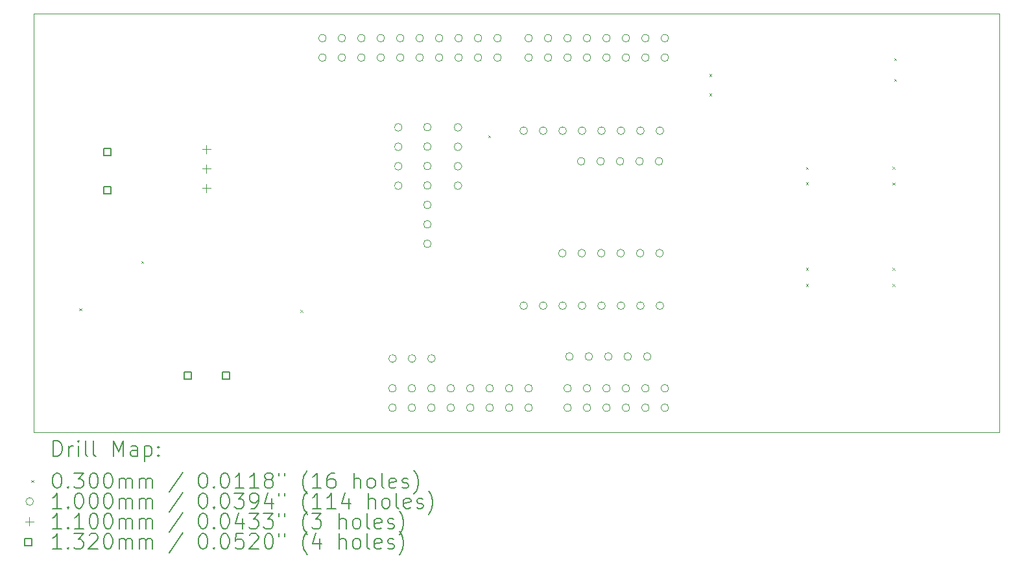
<source format=gbr>
%TF.GenerationSoftware,KiCad,Pcbnew,9.0.1*%
%TF.CreationDate,2025-05-05T17:36:47+02:00*%
%TF.ProjectId,Geocachingbox,47656f63-6163-4686-996e-67626f782e6b,rev?*%
%TF.SameCoordinates,Original*%
%TF.FileFunction,Drillmap*%
%TF.FilePolarity,Positive*%
%FSLAX45Y45*%
G04 Gerber Fmt 4.5, Leading zero omitted, Abs format (unit mm)*
G04 Created by KiCad (PCBNEW 9.0.1) date 2025-05-05 17:36:47*
%MOMM*%
%LPD*%
G01*
G04 APERTURE LIST*
%ADD10C,0.050000*%
%ADD11C,0.200000*%
%ADD12C,0.100000*%
%ADD13C,0.110000*%
%ADD14C,0.132000*%
G04 APERTURE END LIST*
D10*
X21350000Y-11960500D02*
X21350000Y-6497000D01*
X8740900Y-11960500D02*
X21350000Y-11960500D01*
X8740999Y-6497000D02*
X21350000Y-6497000D01*
X8740900Y-11960500D02*
X8740999Y-6497000D01*
D11*
D12*
X9335000Y-10345000D02*
X9365000Y-10375000D01*
X9365000Y-10345000D02*
X9335000Y-10375000D01*
X10144000Y-9725000D02*
X10174000Y-9755000D01*
X10174000Y-9725000D02*
X10144000Y-9755000D01*
X12225000Y-10365000D02*
X12255000Y-10395000D01*
X12255000Y-10365000D02*
X12225000Y-10395000D01*
X14675000Y-8085000D02*
X14705000Y-8115000D01*
X14705000Y-8085000D02*
X14675000Y-8115000D01*
X17560000Y-7285000D02*
X17590000Y-7315000D01*
X17590000Y-7285000D02*
X17560000Y-7315000D01*
X17560000Y-7535000D02*
X17590000Y-7565000D01*
X17590000Y-7535000D02*
X17560000Y-7565000D01*
X18821000Y-9815000D02*
X18851000Y-9845000D01*
X18851000Y-9815000D02*
X18821000Y-9845000D01*
X18821000Y-10025000D02*
X18851000Y-10055000D01*
X18851000Y-10025000D02*
X18821000Y-10055000D01*
X18822000Y-8497000D02*
X18852000Y-8527000D01*
X18852000Y-8497000D02*
X18822000Y-8527000D01*
X18822000Y-8697000D02*
X18852000Y-8727000D01*
X18852000Y-8697000D02*
X18822000Y-8727000D01*
X19953000Y-8495000D02*
X19983000Y-8525000D01*
X19983000Y-8495000D02*
X19953000Y-8525000D01*
X19953000Y-8703000D02*
X19983000Y-8733000D01*
X19983000Y-8703000D02*
X19953000Y-8733000D01*
X19955000Y-9815000D02*
X19985000Y-9845000D01*
X19985000Y-9815000D02*
X19955000Y-9845000D01*
X19955000Y-10025000D02*
X19985000Y-10055000D01*
X19985000Y-10025000D02*
X19955000Y-10055000D01*
X19975000Y-7075000D02*
X20005000Y-7105000D01*
X20005000Y-7075000D02*
X19975000Y-7105000D01*
X19975000Y-7345000D02*
X20005000Y-7375000D01*
X20005000Y-7345000D02*
X19975000Y-7375000D01*
X12559600Y-6814500D02*
G75*
G02*
X12459600Y-6814500I-50000J0D01*
G01*
X12459600Y-6814500D02*
G75*
G02*
X12559600Y-6814500I50000J0D01*
G01*
X12559600Y-7068500D02*
G75*
G02*
X12459600Y-7068500I-50000J0D01*
G01*
X12459600Y-7068500D02*
G75*
G02*
X12559600Y-7068500I50000J0D01*
G01*
X12813600Y-6814500D02*
G75*
G02*
X12713600Y-6814500I-50000J0D01*
G01*
X12713600Y-6814500D02*
G75*
G02*
X12813600Y-6814500I50000J0D01*
G01*
X12813600Y-7068500D02*
G75*
G02*
X12713600Y-7068500I-50000J0D01*
G01*
X12713600Y-7068500D02*
G75*
G02*
X12813600Y-7068500I50000J0D01*
G01*
X13067600Y-6814500D02*
G75*
G02*
X12967600Y-6814500I-50000J0D01*
G01*
X12967600Y-6814500D02*
G75*
G02*
X13067600Y-6814500I50000J0D01*
G01*
X13067600Y-7068500D02*
G75*
G02*
X12967600Y-7068500I-50000J0D01*
G01*
X12967600Y-7068500D02*
G75*
G02*
X13067600Y-7068500I50000J0D01*
G01*
X13321600Y-6814500D02*
G75*
G02*
X13221600Y-6814500I-50000J0D01*
G01*
X13221600Y-6814500D02*
G75*
G02*
X13321600Y-6814500I50000J0D01*
G01*
X13321600Y-7068500D02*
G75*
G02*
X13221600Y-7068500I-50000J0D01*
G01*
X13221600Y-7068500D02*
G75*
G02*
X13321600Y-7068500I50000J0D01*
G01*
X13473900Y-11389000D02*
G75*
G02*
X13373900Y-11389000I-50000J0D01*
G01*
X13373900Y-11389000D02*
G75*
G02*
X13473900Y-11389000I50000J0D01*
G01*
X13473900Y-11643000D02*
G75*
G02*
X13373900Y-11643000I-50000J0D01*
G01*
X13373900Y-11643000D02*
G75*
G02*
X13473900Y-11643000I50000J0D01*
G01*
X13476000Y-11000000D02*
G75*
G02*
X13376000Y-11000000I-50000J0D01*
G01*
X13376000Y-11000000D02*
G75*
G02*
X13476000Y-11000000I50000J0D01*
G01*
X13550000Y-7980000D02*
G75*
G02*
X13450000Y-7980000I-50000J0D01*
G01*
X13450000Y-7980000D02*
G75*
G02*
X13550000Y-7980000I50000J0D01*
G01*
X13550000Y-8234000D02*
G75*
G02*
X13450000Y-8234000I-50000J0D01*
G01*
X13450000Y-8234000D02*
G75*
G02*
X13550000Y-8234000I50000J0D01*
G01*
X13550000Y-8488000D02*
G75*
G02*
X13450000Y-8488000I-50000J0D01*
G01*
X13450000Y-8488000D02*
G75*
G02*
X13550000Y-8488000I50000J0D01*
G01*
X13550000Y-8742000D02*
G75*
G02*
X13450000Y-8742000I-50000J0D01*
G01*
X13450000Y-8742000D02*
G75*
G02*
X13550000Y-8742000I50000J0D01*
G01*
X13575600Y-6814500D02*
G75*
G02*
X13475600Y-6814500I-50000J0D01*
G01*
X13475600Y-6814500D02*
G75*
G02*
X13575600Y-6814500I50000J0D01*
G01*
X13575600Y-7068500D02*
G75*
G02*
X13475600Y-7068500I-50000J0D01*
G01*
X13475600Y-7068500D02*
G75*
G02*
X13575600Y-7068500I50000J0D01*
G01*
X13727900Y-11389000D02*
G75*
G02*
X13627900Y-11389000I-50000J0D01*
G01*
X13627900Y-11389000D02*
G75*
G02*
X13727900Y-11389000I50000J0D01*
G01*
X13727900Y-11643000D02*
G75*
G02*
X13627900Y-11643000I-50000J0D01*
G01*
X13627900Y-11643000D02*
G75*
G02*
X13727900Y-11643000I50000J0D01*
G01*
X13730000Y-11000000D02*
G75*
G02*
X13630000Y-11000000I-50000J0D01*
G01*
X13630000Y-11000000D02*
G75*
G02*
X13730000Y-11000000I50000J0D01*
G01*
X13829600Y-6814500D02*
G75*
G02*
X13729600Y-6814500I-50000J0D01*
G01*
X13729600Y-6814500D02*
G75*
G02*
X13829600Y-6814500I50000J0D01*
G01*
X13829600Y-7068500D02*
G75*
G02*
X13729600Y-7068500I-50000J0D01*
G01*
X13729600Y-7068500D02*
G75*
G02*
X13829600Y-7068500I50000J0D01*
G01*
X13930000Y-7976000D02*
G75*
G02*
X13830000Y-7976000I-50000J0D01*
G01*
X13830000Y-7976000D02*
G75*
G02*
X13930000Y-7976000I50000J0D01*
G01*
X13930000Y-8230000D02*
G75*
G02*
X13830000Y-8230000I-50000J0D01*
G01*
X13830000Y-8230000D02*
G75*
G02*
X13930000Y-8230000I50000J0D01*
G01*
X13930000Y-8484000D02*
G75*
G02*
X13830000Y-8484000I-50000J0D01*
G01*
X13830000Y-8484000D02*
G75*
G02*
X13930000Y-8484000I50000J0D01*
G01*
X13930000Y-8738000D02*
G75*
G02*
X13830000Y-8738000I-50000J0D01*
G01*
X13830000Y-8738000D02*
G75*
G02*
X13930000Y-8738000I50000J0D01*
G01*
X13930000Y-8992000D02*
G75*
G02*
X13830000Y-8992000I-50000J0D01*
G01*
X13830000Y-8992000D02*
G75*
G02*
X13930000Y-8992000I50000J0D01*
G01*
X13930000Y-9246000D02*
G75*
G02*
X13830000Y-9246000I-50000J0D01*
G01*
X13830000Y-9246000D02*
G75*
G02*
X13930000Y-9246000I50000J0D01*
G01*
X13930000Y-9500000D02*
G75*
G02*
X13830000Y-9500000I-50000J0D01*
G01*
X13830000Y-9500000D02*
G75*
G02*
X13930000Y-9500000I50000J0D01*
G01*
X13981900Y-11389000D02*
G75*
G02*
X13881900Y-11389000I-50000J0D01*
G01*
X13881900Y-11389000D02*
G75*
G02*
X13981900Y-11389000I50000J0D01*
G01*
X13981900Y-11643000D02*
G75*
G02*
X13881900Y-11643000I-50000J0D01*
G01*
X13881900Y-11643000D02*
G75*
G02*
X13981900Y-11643000I50000J0D01*
G01*
X13984000Y-11000000D02*
G75*
G02*
X13884000Y-11000000I-50000J0D01*
G01*
X13884000Y-11000000D02*
G75*
G02*
X13984000Y-11000000I50000J0D01*
G01*
X14083600Y-6814500D02*
G75*
G02*
X13983600Y-6814500I-50000J0D01*
G01*
X13983600Y-6814500D02*
G75*
G02*
X14083600Y-6814500I50000J0D01*
G01*
X14083600Y-7068500D02*
G75*
G02*
X13983600Y-7068500I-50000J0D01*
G01*
X13983600Y-7068500D02*
G75*
G02*
X14083600Y-7068500I50000J0D01*
G01*
X14235900Y-11389000D02*
G75*
G02*
X14135900Y-11389000I-50000J0D01*
G01*
X14135900Y-11389000D02*
G75*
G02*
X14235900Y-11389000I50000J0D01*
G01*
X14235900Y-11643000D02*
G75*
G02*
X14135900Y-11643000I-50000J0D01*
G01*
X14135900Y-11643000D02*
G75*
G02*
X14235900Y-11643000I50000J0D01*
G01*
X14330000Y-7980000D02*
G75*
G02*
X14230000Y-7980000I-50000J0D01*
G01*
X14230000Y-7980000D02*
G75*
G02*
X14330000Y-7980000I50000J0D01*
G01*
X14330000Y-8234000D02*
G75*
G02*
X14230000Y-8234000I-50000J0D01*
G01*
X14230000Y-8234000D02*
G75*
G02*
X14330000Y-8234000I50000J0D01*
G01*
X14330000Y-8488000D02*
G75*
G02*
X14230000Y-8488000I-50000J0D01*
G01*
X14230000Y-8488000D02*
G75*
G02*
X14330000Y-8488000I50000J0D01*
G01*
X14330000Y-8742000D02*
G75*
G02*
X14230000Y-8742000I-50000J0D01*
G01*
X14230000Y-8742000D02*
G75*
G02*
X14330000Y-8742000I50000J0D01*
G01*
X14337600Y-6814500D02*
G75*
G02*
X14237600Y-6814500I-50000J0D01*
G01*
X14237600Y-6814500D02*
G75*
G02*
X14337600Y-6814500I50000J0D01*
G01*
X14337600Y-7068500D02*
G75*
G02*
X14237600Y-7068500I-50000J0D01*
G01*
X14237600Y-7068500D02*
G75*
G02*
X14337600Y-7068500I50000J0D01*
G01*
X14489900Y-11389000D02*
G75*
G02*
X14389900Y-11389000I-50000J0D01*
G01*
X14389900Y-11389000D02*
G75*
G02*
X14489900Y-11389000I50000J0D01*
G01*
X14489900Y-11643000D02*
G75*
G02*
X14389900Y-11643000I-50000J0D01*
G01*
X14389900Y-11643000D02*
G75*
G02*
X14489900Y-11643000I50000J0D01*
G01*
X14591600Y-6814500D02*
G75*
G02*
X14491600Y-6814500I-50000J0D01*
G01*
X14491600Y-6814500D02*
G75*
G02*
X14591600Y-6814500I50000J0D01*
G01*
X14591600Y-7068500D02*
G75*
G02*
X14491600Y-7068500I-50000J0D01*
G01*
X14491600Y-7068500D02*
G75*
G02*
X14591600Y-7068500I50000J0D01*
G01*
X14743900Y-11389000D02*
G75*
G02*
X14643900Y-11389000I-50000J0D01*
G01*
X14643900Y-11389000D02*
G75*
G02*
X14743900Y-11389000I50000J0D01*
G01*
X14743900Y-11643000D02*
G75*
G02*
X14643900Y-11643000I-50000J0D01*
G01*
X14643900Y-11643000D02*
G75*
G02*
X14743900Y-11643000I50000J0D01*
G01*
X14845600Y-6814500D02*
G75*
G02*
X14745600Y-6814500I-50000J0D01*
G01*
X14745600Y-6814500D02*
G75*
G02*
X14845600Y-6814500I50000J0D01*
G01*
X14845600Y-7068500D02*
G75*
G02*
X14745600Y-7068500I-50000J0D01*
G01*
X14745600Y-7068500D02*
G75*
G02*
X14845600Y-7068500I50000J0D01*
G01*
X14997900Y-11389000D02*
G75*
G02*
X14897900Y-11389000I-50000J0D01*
G01*
X14897900Y-11389000D02*
G75*
G02*
X14997900Y-11389000I50000J0D01*
G01*
X14997900Y-11643000D02*
G75*
G02*
X14897900Y-11643000I-50000J0D01*
G01*
X14897900Y-11643000D02*
G75*
G02*
X14997900Y-11643000I50000J0D01*
G01*
X15188000Y-8023500D02*
G75*
G02*
X15088000Y-8023500I-50000J0D01*
G01*
X15088000Y-8023500D02*
G75*
G02*
X15188000Y-8023500I50000J0D01*
G01*
X15188000Y-10309500D02*
G75*
G02*
X15088000Y-10309500I-50000J0D01*
G01*
X15088000Y-10309500D02*
G75*
G02*
X15188000Y-10309500I50000J0D01*
G01*
X15251900Y-11389000D02*
G75*
G02*
X15151900Y-11389000I-50000J0D01*
G01*
X15151900Y-11389000D02*
G75*
G02*
X15251900Y-11389000I50000J0D01*
G01*
X15251900Y-11643000D02*
G75*
G02*
X15151900Y-11643000I-50000J0D01*
G01*
X15151900Y-11643000D02*
G75*
G02*
X15251900Y-11643000I50000J0D01*
G01*
X15252000Y-6814500D02*
G75*
G02*
X15152000Y-6814500I-50000J0D01*
G01*
X15152000Y-6814500D02*
G75*
G02*
X15252000Y-6814500I50000J0D01*
G01*
X15252000Y-7068500D02*
G75*
G02*
X15152000Y-7068500I-50000J0D01*
G01*
X15152000Y-7068500D02*
G75*
G02*
X15252000Y-7068500I50000J0D01*
G01*
X15442000Y-8023500D02*
G75*
G02*
X15342000Y-8023500I-50000J0D01*
G01*
X15342000Y-8023500D02*
G75*
G02*
X15442000Y-8023500I50000J0D01*
G01*
X15442000Y-10309500D02*
G75*
G02*
X15342000Y-10309500I-50000J0D01*
G01*
X15342000Y-10309500D02*
G75*
G02*
X15442000Y-10309500I50000J0D01*
G01*
X15506000Y-6814500D02*
G75*
G02*
X15406000Y-6814500I-50000J0D01*
G01*
X15406000Y-6814500D02*
G75*
G02*
X15506000Y-6814500I50000J0D01*
G01*
X15506000Y-7068500D02*
G75*
G02*
X15406000Y-7068500I-50000J0D01*
G01*
X15406000Y-7068500D02*
G75*
G02*
X15506000Y-7068500I50000J0D01*
G01*
X15692000Y-9623500D02*
G75*
G02*
X15592000Y-9623500I-50000J0D01*
G01*
X15592000Y-9623500D02*
G75*
G02*
X15692000Y-9623500I50000J0D01*
G01*
X15696000Y-8023500D02*
G75*
G02*
X15596000Y-8023500I-50000J0D01*
G01*
X15596000Y-8023500D02*
G75*
G02*
X15696000Y-8023500I50000J0D01*
G01*
X15696000Y-10309500D02*
G75*
G02*
X15596000Y-10309500I-50000J0D01*
G01*
X15596000Y-10309500D02*
G75*
G02*
X15696000Y-10309500I50000J0D01*
G01*
X15760000Y-6814500D02*
G75*
G02*
X15660000Y-6814500I-50000J0D01*
G01*
X15660000Y-6814500D02*
G75*
G02*
X15760000Y-6814500I50000J0D01*
G01*
X15760000Y-7068500D02*
G75*
G02*
X15660000Y-7068500I-50000J0D01*
G01*
X15660000Y-7068500D02*
G75*
G02*
X15760000Y-7068500I50000J0D01*
G01*
X15760000Y-11389000D02*
G75*
G02*
X15660000Y-11389000I-50000J0D01*
G01*
X15660000Y-11389000D02*
G75*
G02*
X15760000Y-11389000I50000J0D01*
G01*
X15760000Y-11643000D02*
G75*
G02*
X15660000Y-11643000I-50000J0D01*
G01*
X15660000Y-11643000D02*
G75*
G02*
X15760000Y-11643000I50000J0D01*
G01*
X15784000Y-10973500D02*
G75*
G02*
X15684000Y-10973500I-50000J0D01*
G01*
X15684000Y-10973500D02*
G75*
G02*
X15784000Y-10973500I50000J0D01*
G01*
X15938000Y-8423500D02*
G75*
G02*
X15838000Y-8423500I-50000J0D01*
G01*
X15838000Y-8423500D02*
G75*
G02*
X15938000Y-8423500I50000J0D01*
G01*
X15946000Y-9623500D02*
G75*
G02*
X15846000Y-9623500I-50000J0D01*
G01*
X15846000Y-9623500D02*
G75*
G02*
X15946000Y-9623500I50000J0D01*
G01*
X15950000Y-8023500D02*
G75*
G02*
X15850000Y-8023500I-50000J0D01*
G01*
X15850000Y-8023500D02*
G75*
G02*
X15950000Y-8023500I50000J0D01*
G01*
X15950000Y-10309500D02*
G75*
G02*
X15850000Y-10309500I-50000J0D01*
G01*
X15850000Y-10309500D02*
G75*
G02*
X15950000Y-10309500I50000J0D01*
G01*
X16014000Y-6814500D02*
G75*
G02*
X15914000Y-6814500I-50000J0D01*
G01*
X15914000Y-6814500D02*
G75*
G02*
X16014000Y-6814500I50000J0D01*
G01*
X16014000Y-7068500D02*
G75*
G02*
X15914000Y-7068500I-50000J0D01*
G01*
X15914000Y-7068500D02*
G75*
G02*
X16014000Y-7068500I50000J0D01*
G01*
X16014000Y-11389000D02*
G75*
G02*
X15914000Y-11389000I-50000J0D01*
G01*
X15914000Y-11389000D02*
G75*
G02*
X16014000Y-11389000I50000J0D01*
G01*
X16014000Y-11643000D02*
G75*
G02*
X15914000Y-11643000I-50000J0D01*
G01*
X15914000Y-11643000D02*
G75*
G02*
X16014000Y-11643000I50000J0D01*
G01*
X16038000Y-10973500D02*
G75*
G02*
X15938000Y-10973500I-50000J0D01*
G01*
X15938000Y-10973500D02*
G75*
G02*
X16038000Y-10973500I50000J0D01*
G01*
X16192000Y-8423500D02*
G75*
G02*
X16092000Y-8423500I-50000J0D01*
G01*
X16092000Y-8423500D02*
G75*
G02*
X16192000Y-8423500I50000J0D01*
G01*
X16200000Y-9623500D02*
G75*
G02*
X16100000Y-9623500I-50000J0D01*
G01*
X16100000Y-9623500D02*
G75*
G02*
X16200000Y-9623500I50000J0D01*
G01*
X16204000Y-8023500D02*
G75*
G02*
X16104000Y-8023500I-50000J0D01*
G01*
X16104000Y-8023500D02*
G75*
G02*
X16204000Y-8023500I50000J0D01*
G01*
X16204000Y-10309500D02*
G75*
G02*
X16104000Y-10309500I-50000J0D01*
G01*
X16104000Y-10309500D02*
G75*
G02*
X16204000Y-10309500I50000J0D01*
G01*
X16268000Y-6814500D02*
G75*
G02*
X16168000Y-6814500I-50000J0D01*
G01*
X16168000Y-6814500D02*
G75*
G02*
X16268000Y-6814500I50000J0D01*
G01*
X16268000Y-7068500D02*
G75*
G02*
X16168000Y-7068500I-50000J0D01*
G01*
X16168000Y-7068500D02*
G75*
G02*
X16268000Y-7068500I50000J0D01*
G01*
X16268000Y-11389000D02*
G75*
G02*
X16168000Y-11389000I-50000J0D01*
G01*
X16168000Y-11389000D02*
G75*
G02*
X16268000Y-11389000I50000J0D01*
G01*
X16268000Y-11643000D02*
G75*
G02*
X16168000Y-11643000I-50000J0D01*
G01*
X16168000Y-11643000D02*
G75*
G02*
X16268000Y-11643000I50000J0D01*
G01*
X16292000Y-10973500D02*
G75*
G02*
X16192000Y-10973500I-50000J0D01*
G01*
X16192000Y-10973500D02*
G75*
G02*
X16292000Y-10973500I50000J0D01*
G01*
X16446000Y-8423500D02*
G75*
G02*
X16346000Y-8423500I-50000J0D01*
G01*
X16346000Y-8423500D02*
G75*
G02*
X16446000Y-8423500I50000J0D01*
G01*
X16454000Y-9623500D02*
G75*
G02*
X16354000Y-9623500I-50000J0D01*
G01*
X16354000Y-9623500D02*
G75*
G02*
X16454000Y-9623500I50000J0D01*
G01*
X16458000Y-8023500D02*
G75*
G02*
X16358000Y-8023500I-50000J0D01*
G01*
X16358000Y-8023500D02*
G75*
G02*
X16458000Y-8023500I50000J0D01*
G01*
X16458000Y-10309500D02*
G75*
G02*
X16358000Y-10309500I-50000J0D01*
G01*
X16358000Y-10309500D02*
G75*
G02*
X16458000Y-10309500I50000J0D01*
G01*
X16522000Y-6814500D02*
G75*
G02*
X16422000Y-6814500I-50000J0D01*
G01*
X16422000Y-6814500D02*
G75*
G02*
X16522000Y-6814500I50000J0D01*
G01*
X16522000Y-7068500D02*
G75*
G02*
X16422000Y-7068500I-50000J0D01*
G01*
X16422000Y-7068500D02*
G75*
G02*
X16522000Y-7068500I50000J0D01*
G01*
X16522000Y-11389000D02*
G75*
G02*
X16422000Y-11389000I-50000J0D01*
G01*
X16422000Y-11389000D02*
G75*
G02*
X16522000Y-11389000I50000J0D01*
G01*
X16522000Y-11643000D02*
G75*
G02*
X16422000Y-11643000I-50000J0D01*
G01*
X16422000Y-11643000D02*
G75*
G02*
X16522000Y-11643000I50000J0D01*
G01*
X16546000Y-10973500D02*
G75*
G02*
X16446000Y-10973500I-50000J0D01*
G01*
X16446000Y-10973500D02*
G75*
G02*
X16546000Y-10973500I50000J0D01*
G01*
X16700000Y-8423500D02*
G75*
G02*
X16600000Y-8423500I-50000J0D01*
G01*
X16600000Y-8423500D02*
G75*
G02*
X16700000Y-8423500I50000J0D01*
G01*
X16708000Y-9623500D02*
G75*
G02*
X16608000Y-9623500I-50000J0D01*
G01*
X16608000Y-9623500D02*
G75*
G02*
X16708000Y-9623500I50000J0D01*
G01*
X16712000Y-8023500D02*
G75*
G02*
X16612000Y-8023500I-50000J0D01*
G01*
X16612000Y-8023500D02*
G75*
G02*
X16712000Y-8023500I50000J0D01*
G01*
X16712000Y-10309500D02*
G75*
G02*
X16612000Y-10309500I-50000J0D01*
G01*
X16612000Y-10309500D02*
G75*
G02*
X16712000Y-10309500I50000J0D01*
G01*
X16776000Y-6814500D02*
G75*
G02*
X16676000Y-6814500I-50000J0D01*
G01*
X16676000Y-6814500D02*
G75*
G02*
X16776000Y-6814500I50000J0D01*
G01*
X16776000Y-7068500D02*
G75*
G02*
X16676000Y-7068500I-50000J0D01*
G01*
X16676000Y-7068500D02*
G75*
G02*
X16776000Y-7068500I50000J0D01*
G01*
X16776000Y-11389000D02*
G75*
G02*
X16676000Y-11389000I-50000J0D01*
G01*
X16676000Y-11389000D02*
G75*
G02*
X16776000Y-11389000I50000J0D01*
G01*
X16776000Y-11643000D02*
G75*
G02*
X16676000Y-11643000I-50000J0D01*
G01*
X16676000Y-11643000D02*
G75*
G02*
X16776000Y-11643000I50000J0D01*
G01*
X16800000Y-10973500D02*
G75*
G02*
X16700000Y-10973500I-50000J0D01*
G01*
X16700000Y-10973500D02*
G75*
G02*
X16800000Y-10973500I50000J0D01*
G01*
X16954000Y-8423500D02*
G75*
G02*
X16854000Y-8423500I-50000J0D01*
G01*
X16854000Y-8423500D02*
G75*
G02*
X16954000Y-8423500I50000J0D01*
G01*
X16962000Y-9623500D02*
G75*
G02*
X16862000Y-9623500I-50000J0D01*
G01*
X16862000Y-9623500D02*
G75*
G02*
X16962000Y-9623500I50000J0D01*
G01*
X16966000Y-8023500D02*
G75*
G02*
X16866000Y-8023500I-50000J0D01*
G01*
X16866000Y-8023500D02*
G75*
G02*
X16966000Y-8023500I50000J0D01*
G01*
X16966000Y-10309500D02*
G75*
G02*
X16866000Y-10309500I-50000J0D01*
G01*
X16866000Y-10309500D02*
G75*
G02*
X16966000Y-10309500I50000J0D01*
G01*
X17030000Y-6814500D02*
G75*
G02*
X16930000Y-6814500I-50000J0D01*
G01*
X16930000Y-6814500D02*
G75*
G02*
X17030000Y-6814500I50000J0D01*
G01*
X17030000Y-7068500D02*
G75*
G02*
X16930000Y-7068500I-50000J0D01*
G01*
X16930000Y-7068500D02*
G75*
G02*
X17030000Y-7068500I50000J0D01*
G01*
X17030000Y-11389000D02*
G75*
G02*
X16930000Y-11389000I-50000J0D01*
G01*
X16930000Y-11389000D02*
G75*
G02*
X17030000Y-11389000I50000J0D01*
G01*
X17030000Y-11643000D02*
G75*
G02*
X16930000Y-11643000I-50000J0D01*
G01*
X16930000Y-11643000D02*
G75*
G02*
X17030000Y-11643000I50000J0D01*
G01*
D13*
X10994500Y-8211000D02*
X10994500Y-8321000D01*
X10939500Y-8266000D02*
X11049500Y-8266000D01*
X10994500Y-8465000D02*
X10994500Y-8575000D01*
X10939500Y-8520000D02*
X11049500Y-8520000D01*
X10994500Y-8719000D02*
X10994500Y-8829000D01*
X10939500Y-8774000D02*
X11049500Y-8774000D01*
D14*
X9746670Y-8346669D02*
X9746670Y-8253330D01*
X9653331Y-8253330D01*
X9653331Y-8346669D01*
X9746670Y-8346669D01*
X9746670Y-8846670D02*
X9746670Y-8753331D01*
X9653331Y-8753331D01*
X9653331Y-8846670D01*
X9746670Y-8846670D01*
X10796670Y-11270169D02*
X10796670Y-11176831D01*
X10703331Y-11176831D01*
X10703331Y-11270169D01*
X10796670Y-11270169D01*
X11296669Y-11270169D02*
X11296669Y-11176831D01*
X11203330Y-11176831D01*
X11203330Y-11270169D01*
X11296669Y-11270169D01*
D11*
X8999177Y-12274484D02*
X8999177Y-12074484D01*
X8999177Y-12074484D02*
X9046796Y-12074484D01*
X9046796Y-12074484D02*
X9075367Y-12084008D01*
X9075367Y-12084008D02*
X9094415Y-12103055D01*
X9094415Y-12103055D02*
X9103939Y-12122103D01*
X9103939Y-12122103D02*
X9113463Y-12160198D01*
X9113463Y-12160198D02*
X9113463Y-12188769D01*
X9113463Y-12188769D02*
X9103939Y-12226865D01*
X9103939Y-12226865D02*
X9094415Y-12245912D01*
X9094415Y-12245912D02*
X9075367Y-12264960D01*
X9075367Y-12264960D02*
X9046796Y-12274484D01*
X9046796Y-12274484D02*
X8999177Y-12274484D01*
X9199177Y-12274484D02*
X9199177Y-12141150D01*
X9199177Y-12179246D02*
X9208701Y-12160198D01*
X9208701Y-12160198D02*
X9218224Y-12150674D01*
X9218224Y-12150674D02*
X9237272Y-12141150D01*
X9237272Y-12141150D02*
X9256320Y-12141150D01*
X9322986Y-12274484D02*
X9322986Y-12141150D01*
X9322986Y-12074484D02*
X9313463Y-12084008D01*
X9313463Y-12084008D02*
X9322986Y-12093531D01*
X9322986Y-12093531D02*
X9332510Y-12084008D01*
X9332510Y-12084008D02*
X9322986Y-12074484D01*
X9322986Y-12074484D02*
X9322986Y-12093531D01*
X9446796Y-12274484D02*
X9427748Y-12264960D01*
X9427748Y-12264960D02*
X9418224Y-12245912D01*
X9418224Y-12245912D02*
X9418224Y-12074484D01*
X9551558Y-12274484D02*
X9532510Y-12264960D01*
X9532510Y-12264960D02*
X9522986Y-12245912D01*
X9522986Y-12245912D02*
X9522986Y-12074484D01*
X9780129Y-12274484D02*
X9780129Y-12074484D01*
X9780129Y-12074484D02*
X9846796Y-12217341D01*
X9846796Y-12217341D02*
X9913463Y-12074484D01*
X9913463Y-12074484D02*
X9913463Y-12274484D01*
X10094415Y-12274484D02*
X10094415Y-12169722D01*
X10094415Y-12169722D02*
X10084891Y-12150674D01*
X10084891Y-12150674D02*
X10065844Y-12141150D01*
X10065844Y-12141150D02*
X10027748Y-12141150D01*
X10027748Y-12141150D02*
X10008701Y-12150674D01*
X10094415Y-12264960D02*
X10075367Y-12274484D01*
X10075367Y-12274484D02*
X10027748Y-12274484D01*
X10027748Y-12274484D02*
X10008701Y-12264960D01*
X10008701Y-12264960D02*
X9999177Y-12245912D01*
X9999177Y-12245912D02*
X9999177Y-12226865D01*
X9999177Y-12226865D02*
X10008701Y-12207817D01*
X10008701Y-12207817D02*
X10027748Y-12198293D01*
X10027748Y-12198293D02*
X10075367Y-12198293D01*
X10075367Y-12198293D02*
X10094415Y-12188769D01*
X10189653Y-12141150D02*
X10189653Y-12341150D01*
X10189653Y-12150674D02*
X10208701Y-12141150D01*
X10208701Y-12141150D02*
X10246796Y-12141150D01*
X10246796Y-12141150D02*
X10265844Y-12150674D01*
X10265844Y-12150674D02*
X10275367Y-12160198D01*
X10275367Y-12160198D02*
X10284891Y-12179246D01*
X10284891Y-12179246D02*
X10284891Y-12236388D01*
X10284891Y-12236388D02*
X10275367Y-12255436D01*
X10275367Y-12255436D02*
X10265844Y-12264960D01*
X10265844Y-12264960D02*
X10246796Y-12274484D01*
X10246796Y-12274484D02*
X10208701Y-12274484D01*
X10208701Y-12274484D02*
X10189653Y-12264960D01*
X10370605Y-12255436D02*
X10380129Y-12264960D01*
X10380129Y-12264960D02*
X10370605Y-12274484D01*
X10370605Y-12274484D02*
X10361082Y-12264960D01*
X10361082Y-12264960D02*
X10370605Y-12255436D01*
X10370605Y-12255436D02*
X10370605Y-12274484D01*
X10370605Y-12150674D02*
X10380129Y-12160198D01*
X10380129Y-12160198D02*
X10370605Y-12169722D01*
X10370605Y-12169722D02*
X10361082Y-12160198D01*
X10361082Y-12160198D02*
X10370605Y-12150674D01*
X10370605Y-12150674D02*
X10370605Y-12169722D01*
D12*
X8708400Y-12588000D02*
X8738400Y-12618000D01*
X8738400Y-12588000D02*
X8708400Y-12618000D01*
D11*
X9037272Y-12494484D02*
X9056320Y-12494484D01*
X9056320Y-12494484D02*
X9075367Y-12504008D01*
X9075367Y-12504008D02*
X9084891Y-12513531D01*
X9084891Y-12513531D02*
X9094415Y-12532579D01*
X9094415Y-12532579D02*
X9103939Y-12570674D01*
X9103939Y-12570674D02*
X9103939Y-12618293D01*
X9103939Y-12618293D02*
X9094415Y-12656388D01*
X9094415Y-12656388D02*
X9084891Y-12675436D01*
X9084891Y-12675436D02*
X9075367Y-12684960D01*
X9075367Y-12684960D02*
X9056320Y-12694484D01*
X9056320Y-12694484D02*
X9037272Y-12694484D01*
X9037272Y-12694484D02*
X9018224Y-12684960D01*
X9018224Y-12684960D02*
X9008701Y-12675436D01*
X9008701Y-12675436D02*
X8999177Y-12656388D01*
X8999177Y-12656388D02*
X8989653Y-12618293D01*
X8989653Y-12618293D02*
X8989653Y-12570674D01*
X8989653Y-12570674D02*
X8999177Y-12532579D01*
X8999177Y-12532579D02*
X9008701Y-12513531D01*
X9008701Y-12513531D02*
X9018224Y-12504008D01*
X9018224Y-12504008D02*
X9037272Y-12494484D01*
X9189653Y-12675436D02*
X9199177Y-12684960D01*
X9199177Y-12684960D02*
X9189653Y-12694484D01*
X9189653Y-12694484D02*
X9180129Y-12684960D01*
X9180129Y-12684960D02*
X9189653Y-12675436D01*
X9189653Y-12675436D02*
X9189653Y-12694484D01*
X9265844Y-12494484D02*
X9389653Y-12494484D01*
X9389653Y-12494484D02*
X9322986Y-12570674D01*
X9322986Y-12570674D02*
X9351558Y-12570674D01*
X9351558Y-12570674D02*
X9370605Y-12580198D01*
X9370605Y-12580198D02*
X9380129Y-12589722D01*
X9380129Y-12589722D02*
X9389653Y-12608769D01*
X9389653Y-12608769D02*
X9389653Y-12656388D01*
X9389653Y-12656388D02*
X9380129Y-12675436D01*
X9380129Y-12675436D02*
X9370605Y-12684960D01*
X9370605Y-12684960D02*
X9351558Y-12694484D01*
X9351558Y-12694484D02*
X9294415Y-12694484D01*
X9294415Y-12694484D02*
X9275367Y-12684960D01*
X9275367Y-12684960D02*
X9265844Y-12675436D01*
X9513463Y-12494484D02*
X9532510Y-12494484D01*
X9532510Y-12494484D02*
X9551558Y-12504008D01*
X9551558Y-12504008D02*
X9561082Y-12513531D01*
X9561082Y-12513531D02*
X9570605Y-12532579D01*
X9570605Y-12532579D02*
X9580129Y-12570674D01*
X9580129Y-12570674D02*
X9580129Y-12618293D01*
X9580129Y-12618293D02*
X9570605Y-12656388D01*
X9570605Y-12656388D02*
X9561082Y-12675436D01*
X9561082Y-12675436D02*
X9551558Y-12684960D01*
X9551558Y-12684960D02*
X9532510Y-12694484D01*
X9532510Y-12694484D02*
X9513463Y-12694484D01*
X9513463Y-12694484D02*
X9494415Y-12684960D01*
X9494415Y-12684960D02*
X9484891Y-12675436D01*
X9484891Y-12675436D02*
X9475367Y-12656388D01*
X9475367Y-12656388D02*
X9465844Y-12618293D01*
X9465844Y-12618293D02*
X9465844Y-12570674D01*
X9465844Y-12570674D02*
X9475367Y-12532579D01*
X9475367Y-12532579D02*
X9484891Y-12513531D01*
X9484891Y-12513531D02*
X9494415Y-12504008D01*
X9494415Y-12504008D02*
X9513463Y-12494484D01*
X9703939Y-12494484D02*
X9722986Y-12494484D01*
X9722986Y-12494484D02*
X9742034Y-12504008D01*
X9742034Y-12504008D02*
X9751558Y-12513531D01*
X9751558Y-12513531D02*
X9761082Y-12532579D01*
X9761082Y-12532579D02*
X9770605Y-12570674D01*
X9770605Y-12570674D02*
X9770605Y-12618293D01*
X9770605Y-12618293D02*
X9761082Y-12656388D01*
X9761082Y-12656388D02*
X9751558Y-12675436D01*
X9751558Y-12675436D02*
X9742034Y-12684960D01*
X9742034Y-12684960D02*
X9722986Y-12694484D01*
X9722986Y-12694484D02*
X9703939Y-12694484D01*
X9703939Y-12694484D02*
X9684891Y-12684960D01*
X9684891Y-12684960D02*
X9675367Y-12675436D01*
X9675367Y-12675436D02*
X9665844Y-12656388D01*
X9665844Y-12656388D02*
X9656320Y-12618293D01*
X9656320Y-12618293D02*
X9656320Y-12570674D01*
X9656320Y-12570674D02*
X9665844Y-12532579D01*
X9665844Y-12532579D02*
X9675367Y-12513531D01*
X9675367Y-12513531D02*
X9684891Y-12504008D01*
X9684891Y-12504008D02*
X9703939Y-12494484D01*
X9856320Y-12694484D02*
X9856320Y-12561150D01*
X9856320Y-12580198D02*
X9865844Y-12570674D01*
X9865844Y-12570674D02*
X9884891Y-12561150D01*
X9884891Y-12561150D02*
X9913463Y-12561150D01*
X9913463Y-12561150D02*
X9932510Y-12570674D01*
X9932510Y-12570674D02*
X9942034Y-12589722D01*
X9942034Y-12589722D02*
X9942034Y-12694484D01*
X9942034Y-12589722D02*
X9951558Y-12570674D01*
X9951558Y-12570674D02*
X9970605Y-12561150D01*
X9970605Y-12561150D02*
X9999177Y-12561150D01*
X9999177Y-12561150D02*
X10018225Y-12570674D01*
X10018225Y-12570674D02*
X10027748Y-12589722D01*
X10027748Y-12589722D02*
X10027748Y-12694484D01*
X10122986Y-12694484D02*
X10122986Y-12561150D01*
X10122986Y-12580198D02*
X10132510Y-12570674D01*
X10132510Y-12570674D02*
X10151558Y-12561150D01*
X10151558Y-12561150D02*
X10180129Y-12561150D01*
X10180129Y-12561150D02*
X10199177Y-12570674D01*
X10199177Y-12570674D02*
X10208701Y-12589722D01*
X10208701Y-12589722D02*
X10208701Y-12694484D01*
X10208701Y-12589722D02*
X10218225Y-12570674D01*
X10218225Y-12570674D02*
X10237272Y-12561150D01*
X10237272Y-12561150D02*
X10265844Y-12561150D01*
X10265844Y-12561150D02*
X10284891Y-12570674D01*
X10284891Y-12570674D02*
X10294415Y-12589722D01*
X10294415Y-12589722D02*
X10294415Y-12694484D01*
X10684891Y-12484960D02*
X10513463Y-12742103D01*
X10942034Y-12494484D02*
X10961082Y-12494484D01*
X10961082Y-12494484D02*
X10980129Y-12504008D01*
X10980129Y-12504008D02*
X10989653Y-12513531D01*
X10989653Y-12513531D02*
X10999177Y-12532579D01*
X10999177Y-12532579D02*
X11008701Y-12570674D01*
X11008701Y-12570674D02*
X11008701Y-12618293D01*
X11008701Y-12618293D02*
X10999177Y-12656388D01*
X10999177Y-12656388D02*
X10989653Y-12675436D01*
X10989653Y-12675436D02*
X10980129Y-12684960D01*
X10980129Y-12684960D02*
X10961082Y-12694484D01*
X10961082Y-12694484D02*
X10942034Y-12694484D01*
X10942034Y-12694484D02*
X10922987Y-12684960D01*
X10922987Y-12684960D02*
X10913463Y-12675436D01*
X10913463Y-12675436D02*
X10903939Y-12656388D01*
X10903939Y-12656388D02*
X10894415Y-12618293D01*
X10894415Y-12618293D02*
X10894415Y-12570674D01*
X10894415Y-12570674D02*
X10903939Y-12532579D01*
X10903939Y-12532579D02*
X10913463Y-12513531D01*
X10913463Y-12513531D02*
X10922987Y-12504008D01*
X10922987Y-12504008D02*
X10942034Y-12494484D01*
X11094415Y-12675436D02*
X11103939Y-12684960D01*
X11103939Y-12684960D02*
X11094415Y-12694484D01*
X11094415Y-12694484D02*
X11084891Y-12684960D01*
X11084891Y-12684960D02*
X11094415Y-12675436D01*
X11094415Y-12675436D02*
X11094415Y-12694484D01*
X11227748Y-12494484D02*
X11246796Y-12494484D01*
X11246796Y-12494484D02*
X11265844Y-12504008D01*
X11265844Y-12504008D02*
X11275367Y-12513531D01*
X11275367Y-12513531D02*
X11284891Y-12532579D01*
X11284891Y-12532579D02*
X11294415Y-12570674D01*
X11294415Y-12570674D02*
X11294415Y-12618293D01*
X11294415Y-12618293D02*
X11284891Y-12656388D01*
X11284891Y-12656388D02*
X11275367Y-12675436D01*
X11275367Y-12675436D02*
X11265844Y-12684960D01*
X11265844Y-12684960D02*
X11246796Y-12694484D01*
X11246796Y-12694484D02*
X11227748Y-12694484D01*
X11227748Y-12694484D02*
X11208701Y-12684960D01*
X11208701Y-12684960D02*
X11199177Y-12675436D01*
X11199177Y-12675436D02*
X11189653Y-12656388D01*
X11189653Y-12656388D02*
X11180129Y-12618293D01*
X11180129Y-12618293D02*
X11180129Y-12570674D01*
X11180129Y-12570674D02*
X11189653Y-12532579D01*
X11189653Y-12532579D02*
X11199177Y-12513531D01*
X11199177Y-12513531D02*
X11208701Y-12504008D01*
X11208701Y-12504008D02*
X11227748Y-12494484D01*
X11484891Y-12694484D02*
X11370606Y-12694484D01*
X11427748Y-12694484D02*
X11427748Y-12494484D01*
X11427748Y-12494484D02*
X11408701Y-12523055D01*
X11408701Y-12523055D02*
X11389653Y-12542103D01*
X11389653Y-12542103D02*
X11370606Y-12551627D01*
X11675367Y-12694484D02*
X11561082Y-12694484D01*
X11618225Y-12694484D02*
X11618225Y-12494484D01*
X11618225Y-12494484D02*
X11599177Y-12523055D01*
X11599177Y-12523055D02*
X11580129Y-12542103D01*
X11580129Y-12542103D02*
X11561082Y-12551627D01*
X11789653Y-12580198D02*
X11770606Y-12570674D01*
X11770606Y-12570674D02*
X11761082Y-12561150D01*
X11761082Y-12561150D02*
X11751558Y-12542103D01*
X11751558Y-12542103D02*
X11751558Y-12532579D01*
X11751558Y-12532579D02*
X11761082Y-12513531D01*
X11761082Y-12513531D02*
X11770606Y-12504008D01*
X11770606Y-12504008D02*
X11789653Y-12494484D01*
X11789653Y-12494484D02*
X11827748Y-12494484D01*
X11827748Y-12494484D02*
X11846796Y-12504008D01*
X11846796Y-12504008D02*
X11856320Y-12513531D01*
X11856320Y-12513531D02*
X11865844Y-12532579D01*
X11865844Y-12532579D02*
X11865844Y-12542103D01*
X11865844Y-12542103D02*
X11856320Y-12561150D01*
X11856320Y-12561150D02*
X11846796Y-12570674D01*
X11846796Y-12570674D02*
X11827748Y-12580198D01*
X11827748Y-12580198D02*
X11789653Y-12580198D01*
X11789653Y-12580198D02*
X11770606Y-12589722D01*
X11770606Y-12589722D02*
X11761082Y-12599246D01*
X11761082Y-12599246D02*
X11751558Y-12618293D01*
X11751558Y-12618293D02*
X11751558Y-12656388D01*
X11751558Y-12656388D02*
X11761082Y-12675436D01*
X11761082Y-12675436D02*
X11770606Y-12684960D01*
X11770606Y-12684960D02*
X11789653Y-12694484D01*
X11789653Y-12694484D02*
X11827748Y-12694484D01*
X11827748Y-12694484D02*
X11846796Y-12684960D01*
X11846796Y-12684960D02*
X11856320Y-12675436D01*
X11856320Y-12675436D02*
X11865844Y-12656388D01*
X11865844Y-12656388D02*
X11865844Y-12618293D01*
X11865844Y-12618293D02*
X11856320Y-12599246D01*
X11856320Y-12599246D02*
X11846796Y-12589722D01*
X11846796Y-12589722D02*
X11827748Y-12580198D01*
X11942034Y-12494484D02*
X11942034Y-12532579D01*
X12018225Y-12494484D02*
X12018225Y-12532579D01*
X12313463Y-12770674D02*
X12303939Y-12761150D01*
X12303939Y-12761150D02*
X12284891Y-12732579D01*
X12284891Y-12732579D02*
X12275368Y-12713531D01*
X12275368Y-12713531D02*
X12265844Y-12684960D01*
X12265844Y-12684960D02*
X12256320Y-12637341D01*
X12256320Y-12637341D02*
X12256320Y-12599246D01*
X12256320Y-12599246D02*
X12265844Y-12551627D01*
X12265844Y-12551627D02*
X12275368Y-12523055D01*
X12275368Y-12523055D02*
X12284891Y-12504008D01*
X12284891Y-12504008D02*
X12303939Y-12475436D01*
X12303939Y-12475436D02*
X12313463Y-12465912D01*
X12494415Y-12694484D02*
X12380129Y-12694484D01*
X12437272Y-12694484D02*
X12437272Y-12494484D01*
X12437272Y-12494484D02*
X12418225Y-12523055D01*
X12418225Y-12523055D02*
X12399177Y-12542103D01*
X12399177Y-12542103D02*
X12380129Y-12551627D01*
X12665844Y-12494484D02*
X12627748Y-12494484D01*
X12627748Y-12494484D02*
X12608701Y-12504008D01*
X12608701Y-12504008D02*
X12599177Y-12513531D01*
X12599177Y-12513531D02*
X12580129Y-12542103D01*
X12580129Y-12542103D02*
X12570606Y-12580198D01*
X12570606Y-12580198D02*
X12570606Y-12656388D01*
X12570606Y-12656388D02*
X12580129Y-12675436D01*
X12580129Y-12675436D02*
X12589653Y-12684960D01*
X12589653Y-12684960D02*
X12608701Y-12694484D01*
X12608701Y-12694484D02*
X12646796Y-12694484D01*
X12646796Y-12694484D02*
X12665844Y-12684960D01*
X12665844Y-12684960D02*
X12675368Y-12675436D01*
X12675368Y-12675436D02*
X12684891Y-12656388D01*
X12684891Y-12656388D02*
X12684891Y-12608769D01*
X12684891Y-12608769D02*
X12675368Y-12589722D01*
X12675368Y-12589722D02*
X12665844Y-12580198D01*
X12665844Y-12580198D02*
X12646796Y-12570674D01*
X12646796Y-12570674D02*
X12608701Y-12570674D01*
X12608701Y-12570674D02*
X12589653Y-12580198D01*
X12589653Y-12580198D02*
X12580129Y-12589722D01*
X12580129Y-12589722D02*
X12570606Y-12608769D01*
X12922987Y-12694484D02*
X12922987Y-12494484D01*
X13008701Y-12694484D02*
X13008701Y-12589722D01*
X13008701Y-12589722D02*
X12999177Y-12570674D01*
X12999177Y-12570674D02*
X12980130Y-12561150D01*
X12980130Y-12561150D02*
X12951558Y-12561150D01*
X12951558Y-12561150D02*
X12932510Y-12570674D01*
X12932510Y-12570674D02*
X12922987Y-12580198D01*
X13132510Y-12694484D02*
X13113463Y-12684960D01*
X13113463Y-12684960D02*
X13103939Y-12675436D01*
X13103939Y-12675436D02*
X13094415Y-12656388D01*
X13094415Y-12656388D02*
X13094415Y-12599246D01*
X13094415Y-12599246D02*
X13103939Y-12580198D01*
X13103939Y-12580198D02*
X13113463Y-12570674D01*
X13113463Y-12570674D02*
X13132510Y-12561150D01*
X13132510Y-12561150D02*
X13161082Y-12561150D01*
X13161082Y-12561150D02*
X13180130Y-12570674D01*
X13180130Y-12570674D02*
X13189653Y-12580198D01*
X13189653Y-12580198D02*
X13199177Y-12599246D01*
X13199177Y-12599246D02*
X13199177Y-12656388D01*
X13199177Y-12656388D02*
X13189653Y-12675436D01*
X13189653Y-12675436D02*
X13180130Y-12684960D01*
X13180130Y-12684960D02*
X13161082Y-12694484D01*
X13161082Y-12694484D02*
X13132510Y-12694484D01*
X13313463Y-12694484D02*
X13294415Y-12684960D01*
X13294415Y-12684960D02*
X13284891Y-12665912D01*
X13284891Y-12665912D02*
X13284891Y-12494484D01*
X13465844Y-12684960D02*
X13446796Y-12694484D01*
X13446796Y-12694484D02*
X13408701Y-12694484D01*
X13408701Y-12694484D02*
X13389653Y-12684960D01*
X13389653Y-12684960D02*
X13380130Y-12665912D01*
X13380130Y-12665912D02*
X13380130Y-12589722D01*
X13380130Y-12589722D02*
X13389653Y-12570674D01*
X13389653Y-12570674D02*
X13408701Y-12561150D01*
X13408701Y-12561150D02*
X13446796Y-12561150D01*
X13446796Y-12561150D02*
X13465844Y-12570674D01*
X13465844Y-12570674D02*
X13475368Y-12589722D01*
X13475368Y-12589722D02*
X13475368Y-12608769D01*
X13475368Y-12608769D02*
X13380130Y-12627817D01*
X13551558Y-12684960D02*
X13570606Y-12694484D01*
X13570606Y-12694484D02*
X13608701Y-12694484D01*
X13608701Y-12694484D02*
X13627749Y-12684960D01*
X13627749Y-12684960D02*
X13637272Y-12665912D01*
X13637272Y-12665912D02*
X13637272Y-12656388D01*
X13637272Y-12656388D02*
X13627749Y-12637341D01*
X13627749Y-12637341D02*
X13608701Y-12627817D01*
X13608701Y-12627817D02*
X13580130Y-12627817D01*
X13580130Y-12627817D02*
X13561082Y-12618293D01*
X13561082Y-12618293D02*
X13551558Y-12599246D01*
X13551558Y-12599246D02*
X13551558Y-12589722D01*
X13551558Y-12589722D02*
X13561082Y-12570674D01*
X13561082Y-12570674D02*
X13580130Y-12561150D01*
X13580130Y-12561150D02*
X13608701Y-12561150D01*
X13608701Y-12561150D02*
X13627749Y-12570674D01*
X13703939Y-12770674D02*
X13713463Y-12761150D01*
X13713463Y-12761150D02*
X13732511Y-12732579D01*
X13732511Y-12732579D02*
X13742034Y-12713531D01*
X13742034Y-12713531D02*
X13751558Y-12684960D01*
X13751558Y-12684960D02*
X13761082Y-12637341D01*
X13761082Y-12637341D02*
X13761082Y-12599246D01*
X13761082Y-12599246D02*
X13751558Y-12551627D01*
X13751558Y-12551627D02*
X13742034Y-12523055D01*
X13742034Y-12523055D02*
X13732511Y-12504008D01*
X13732511Y-12504008D02*
X13713463Y-12475436D01*
X13713463Y-12475436D02*
X13703939Y-12465912D01*
D12*
X8738400Y-12867000D02*
G75*
G02*
X8638400Y-12867000I-50000J0D01*
G01*
X8638400Y-12867000D02*
G75*
G02*
X8738400Y-12867000I50000J0D01*
G01*
D11*
X9103939Y-12958484D02*
X8989653Y-12958484D01*
X9046796Y-12958484D02*
X9046796Y-12758484D01*
X9046796Y-12758484D02*
X9027748Y-12787055D01*
X9027748Y-12787055D02*
X9008701Y-12806103D01*
X9008701Y-12806103D02*
X8989653Y-12815627D01*
X9189653Y-12939436D02*
X9199177Y-12948960D01*
X9199177Y-12948960D02*
X9189653Y-12958484D01*
X9189653Y-12958484D02*
X9180129Y-12948960D01*
X9180129Y-12948960D02*
X9189653Y-12939436D01*
X9189653Y-12939436D02*
X9189653Y-12958484D01*
X9322986Y-12758484D02*
X9342034Y-12758484D01*
X9342034Y-12758484D02*
X9361082Y-12768008D01*
X9361082Y-12768008D02*
X9370605Y-12777531D01*
X9370605Y-12777531D02*
X9380129Y-12796579D01*
X9380129Y-12796579D02*
X9389653Y-12834674D01*
X9389653Y-12834674D02*
X9389653Y-12882293D01*
X9389653Y-12882293D02*
X9380129Y-12920388D01*
X9380129Y-12920388D02*
X9370605Y-12939436D01*
X9370605Y-12939436D02*
X9361082Y-12948960D01*
X9361082Y-12948960D02*
X9342034Y-12958484D01*
X9342034Y-12958484D02*
X9322986Y-12958484D01*
X9322986Y-12958484D02*
X9303939Y-12948960D01*
X9303939Y-12948960D02*
X9294415Y-12939436D01*
X9294415Y-12939436D02*
X9284891Y-12920388D01*
X9284891Y-12920388D02*
X9275367Y-12882293D01*
X9275367Y-12882293D02*
X9275367Y-12834674D01*
X9275367Y-12834674D02*
X9284891Y-12796579D01*
X9284891Y-12796579D02*
X9294415Y-12777531D01*
X9294415Y-12777531D02*
X9303939Y-12768008D01*
X9303939Y-12768008D02*
X9322986Y-12758484D01*
X9513463Y-12758484D02*
X9532510Y-12758484D01*
X9532510Y-12758484D02*
X9551558Y-12768008D01*
X9551558Y-12768008D02*
X9561082Y-12777531D01*
X9561082Y-12777531D02*
X9570605Y-12796579D01*
X9570605Y-12796579D02*
X9580129Y-12834674D01*
X9580129Y-12834674D02*
X9580129Y-12882293D01*
X9580129Y-12882293D02*
X9570605Y-12920388D01*
X9570605Y-12920388D02*
X9561082Y-12939436D01*
X9561082Y-12939436D02*
X9551558Y-12948960D01*
X9551558Y-12948960D02*
X9532510Y-12958484D01*
X9532510Y-12958484D02*
X9513463Y-12958484D01*
X9513463Y-12958484D02*
X9494415Y-12948960D01*
X9494415Y-12948960D02*
X9484891Y-12939436D01*
X9484891Y-12939436D02*
X9475367Y-12920388D01*
X9475367Y-12920388D02*
X9465844Y-12882293D01*
X9465844Y-12882293D02*
X9465844Y-12834674D01*
X9465844Y-12834674D02*
X9475367Y-12796579D01*
X9475367Y-12796579D02*
X9484891Y-12777531D01*
X9484891Y-12777531D02*
X9494415Y-12768008D01*
X9494415Y-12768008D02*
X9513463Y-12758484D01*
X9703939Y-12758484D02*
X9722986Y-12758484D01*
X9722986Y-12758484D02*
X9742034Y-12768008D01*
X9742034Y-12768008D02*
X9751558Y-12777531D01*
X9751558Y-12777531D02*
X9761082Y-12796579D01*
X9761082Y-12796579D02*
X9770605Y-12834674D01*
X9770605Y-12834674D02*
X9770605Y-12882293D01*
X9770605Y-12882293D02*
X9761082Y-12920388D01*
X9761082Y-12920388D02*
X9751558Y-12939436D01*
X9751558Y-12939436D02*
X9742034Y-12948960D01*
X9742034Y-12948960D02*
X9722986Y-12958484D01*
X9722986Y-12958484D02*
X9703939Y-12958484D01*
X9703939Y-12958484D02*
X9684891Y-12948960D01*
X9684891Y-12948960D02*
X9675367Y-12939436D01*
X9675367Y-12939436D02*
X9665844Y-12920388D01*
X9665844Y-12920388D02*
X9656320Y-12882293D01*
X9656320Y-12882293D02*
X9656320Y-12834674D01*
X9656320Y-12834674D02*
X9665844Y-12796579D01*
X9665844Y-12796579D02*
X9675367Y-12777531D01*
X9675367Y-12777531D02*
X9684891Y-12768008D01*
X9684891Y-12768008D02*
X9703939Y-12758484D01*
X9856320Y-12958484D02*
X9856320Y-12825150D01*
X9856320Y-12844198D02*
X9865844Y-12834674D01*
X9865844Y-12834674D02*
X9884891Y-12825150D01*
X9884891Y-12825150D02*
X9913463Y-12825150D01*
X9913463Y-12825150D02*
X9932510Y-12834674D01*
X9932510Y-12834674D02*
X9942034Y-12853722D01*
X9942034Y-12853722D02*
X9942034Y-12958484D01*
X9942034Y-12853722D02*
X9951558Y-12834674D01*
X9951558Y-12834674D02*
X9970605Y-12825150D01*
X9970605Y-12825150D02*
X9999177Y-12825150D01*
X9999177Y-12825150D02*
X10018225Y-12834674D01*
X10018225Y-12834674D02*
X10027748Y-12853722D01*
X10027748Y-12853722D02*
X10027748Y-12958484D01*
X10122986Y-12958484D02*
X10122986Y-12825150D01*
X10122986Y-12844198D02*
X10132510Y-12834674D01*
X10132510Y-12834674D02*
X10151558Y-12825150D01*
X10151558Y-12825150D02*
X10180129Y-12825150D01*
X10180129Y-12825150D02*
X10199177Y-12834674D01*
X10199177Y-12834674D02*
X10208701Y-12853722D01*
X10208701Y-12853722D02*
X10208701Y-12958484D01*
X10208701Y-12853722D02*
X10218225Y-12834674D01*
X10218225Y-12834674D02*
X10237272Y-12825150D01*
X10237272Y-12825150D02*
X10265844Y-12825150D01*
X10265844Y-12825150D02*
X10284891Y-12834674D01*
X10284891Y-12834674D02*
X10294415Y-12853722D01*
X10294415Y-12853722D02*
X10294415Y-12958484D01*
X10684891Y-12748960D02*
X10513463Y-13006103D01*
X10942034Y-12758484D02*
X10961082Y-12758484D01*
X10961082Y-12758484D02*
X10980129Y-12768008D01*
X10980129Y-12768008D02*
X10989653Y-12777531D01*
X10989653Y-12777531D02*
X10999177Y-12796579D01*
X10999177Y-12796579D02*
X11008701Y-12834674D01*
X11008701Y-12834674D02*
X11008701Y-12882293D01*
X11008701Y-12882293D02*
X10999177Y-12920388D01*
X10999177Y-12920388D02*
X10989653Y-12939436D01*
X10989653Y-12939436D02*
X10980129Y-12948960D01*
X10980129Y-12948960D02*
X10961082Y-12958484D01*
X10961082Y-12958484D02*
X10942034Y-12958484D01*
X10942034Y-12958484D02*
X10922987Y-12948960D01*
X10922987Y-12948960D02*
X10913463Y-12939436D01*
X10913463Y-12939436D02*
X10903939Y-12920388D01*
X10903939Y-12920388D02*
X10894415Y-12882293D01*
X10894415Y-12882293D02*
X10894415Y-12834674D01*
X10894415Y-12834674D02*
X10903939Y-12796579D01*
X10903939Y-12796579D02*
X10913463Y-12777531D01*
X10913463Y-12777531D02*
X10922987Y-12768008D01*
X10922987Y-12768008D02*
X10942034Y-12758484D01*
X11094415Y-12939436D02*
X11103939Y-12948960D01*
X11103939Y-12948960D02*
X11094415Y-12958484D01*
X11094415Y-12958484D02*
X11084891Y-12948960D01*
X11084891Y-12948960D02*
X11094415Y-12939436D01*
X11094415Y-12939436D02*
X11094415Y-12958484D01*
X11227748Y-12758484D02*
X11246796Y-12758484D01*
X11246796Y-12758484D02*
X11265844Y-12768008D01*
X11265844Y-12768008D02*
X11275367Y-12777531D01*
X11275367Y-12777531D02*
X11284891Y-12796579D01*
X11284891Y-12796579D02*
X11294415Y-12834674D01*
X11294415Y-12834674D02*
X11294415Y-12882293D01*
X11294415Y-12882293D02*
X11284891Y-12920388D01*
X11284891Y-12920388D02*
X11275367Y-12939436D01*
X11275367Y-12939436D02*
X11265844Y-12948960D01*
X11265844Y-12948960D02*
X11246796Y-12958484D01*
X11246796Y-12958484D02*
X11227748Y-12958484D01*
X11227748Y-12958484D02*
X11208701Y-12948960D01*
X11208701Y-12948960D02*
X11199177Y-12939436D01*
X11199177Y-12939436D02*
X11189653Y-12920388D01*
X11189653Y-12920388D02*
X11180129Y-12882293D01*
X11180129Y-12882293D02*
X11180129Y-12834674D01*
X11180129Y-12834674D02*
X11189653Y-12796579D01*
X11189653Y-12796579D02*
X11199177Y-12777531D01*
X11199177Y-12777531D02*
X11208701Y-12768008D01*
X11208701Y-12768008D02*
X11227748Y-12758484D01*
X11361082Y-12758484D02*
X11484891Y-12758484D01*
X11484891Y-12758484D02*
X11418225Y-12834674D01*
X11418225Y-12834674D02*
X11446796Y-12834674D01*
X11446796Y-12834674D02*
X11465844Y-12844198D01*
X11465844Y-12844198D02*
X11475367Y-12853722D01*
X11475367Y-12853722D02*
X11484891Y-12872769D01*
X11484891Y-12872769D02*
X11484891Y-12920388D01*
X11484891Y-12920388D02*
X11475367Y-12939436D01*
X11475367Y-12939436D02*
X11465844Y-12948960D01*
X11465844Y-12948960D02*
X11446796Y-12958484D01*
X11446796Y-12958484D02*
X11389653Y-12958484D01*
X11389653Y-12958484D02*
X11370606Y-12948960D01*
X11370606Y-12948960D02*
X11361082Y-12939436D01*
X11580129Y-12958484D02*
X11618225Y-12958484D01*
X11618225Y-12958484D02*
X11637272Y-12948960D01*
X11637272Y-12948960D02*
X11646796Y-12939436D01*
X11646796Y-12939436D02*
X11665844Y-12910865D01*
X11665844Y-12910865D02*
X11675367Y-12872769D01*
X11675367Y-12872769D02*
X11675367Y-12796579D01*
X11675367Y-12796579D02*
X11665844Y-12777531D01*
X11665844Y-12777531D02*
X11656320Y-12768008D01*
X11656320Y-12768008D02*
X11637272Y-12758484D01*
X11637272Y-12758484D02*
X11599177Y-12758484D01*
X11599177Y-12758484D02*
X11580129Y-12768008D01*
X11580129Y-12768008D02*
X11570606Y-12777531D01*
X11570606Y-12777531D02*
X11561082Y-12796579D01*
X11561082Y-12796579D02*
X11561082Y-12844198D01*
X11561082Y-12844198D02*
X11570606Y-12863246D01*
X11570606Y-12863246D02*
X11580129Y-12872769D01*
X11580129Y-12872769D02*
X11599177Y-12882293D01*
X11599177Y-12882293D02*
X11637272Y-12882293D01*
X11637272Y-12882293D02*
X11656320Y-12872769D01*
X11656320Y-12872769D02*
X11665844Y-12863246D01*
X11665844Y-12863246D02*
X11675367Y-12844198D01*
X11846796Y-12825150D02*
X11846796Y-12958484D01*
X11799177Y-12748960D02*
X11751558Y-12891817D01*
X11751558Y-12891817D02*
X11875367Y-12891817D01*
X11942034Y-12758484D02*
X11942034Y-12796579D01*
X12018225Y-12758484D02*
X12018225Y-12796579D01*
X12313463Y-13034674D02*
X12303939Y-13025150D01*
X12303939Y-13025150D02*
X12284891Y-12996579D01*
X12284891Y-12996579D02*
X12275368Y-12977531D01*
X12275368Y-12977531D02*
X12265844Y-12948960D01*
X12265844Y-12948960D02*
X12256320Y-12901341D01*
X12256320Y-12901341D02*
X12256320Y-12863246D01*
X12256320Y-12863246D02*
X12265844Y-12815627D01*
X12265844Y-12815627D02*
X12275368Y-12787055D01*
X12275368Y-12787055D02*
X12284891Y-12768008D01*
X12284891Y-12768008D02*
X12303939Y-12739436D01*
X12303939Y-12739436D02*
X12313463Y-12729912D01*
X12494415Y-12958484D02*
X12380129Y-12958484D01*
X12437272Y-12958484D02*
X12437272Y-12758484D01*
X12437272Y-12758484D02*
X12418225Y-12787055D01*
X12418225Y-12787055D02*
X12399177Y-12806103D01*
X12399177Y-12806103D02*
X12380129Y-12815627D01*
X12684891Y-12958484D02*
X12570606Y-12958484D01*
X12627748Y-12958484D02*
X12627748Y-12758484D01*
X12627748Y-12758484D02*
X12608701Y-12787055D01*
X12608701Y-12787055D02*
X12589653Y-12806103D01*
X12589653Y-12806103D02*
X12570606Y-12815627D01*
X12856320Y-12825150D02*
X12856320Y-12958484D01*
X12808701Y-12748960D02*
X12761082Y-12891817D01*
X12761082Y-12891817D02*
X12884891Y-12891817D01*
X13113463Y-12958484D02*
X13113463Y-12758484D01*
X13199177Y-12958484D02*
X13199177Y-12853722D01*
X13199177Y-12853722D02*
X13189653Y-12834674D01*
X13189653Y-12834674D02*
X13170606Y-12825150D01*
X13170606Y-12825150D02*
X13142034Y-12825150D01*
X13142034Y-12825150D02*
X13122987Y-12834674D01*
X13122987Y-12834674D02*
X13113463Y-12844198D01*
X13322987Y-12958484D02*
X13303939Y-12948960D01*
X13303939Y-12948960D02*
X13294415Y-12939436D01*
X13294415Y-12939436D02*
X13284891Y-12920388D01*
X13284891Y-12920388D02*
X13284891Y-12863246D01*
X13284891Y-12863246D02*
X13294415Y-12844198D01*
X13294415Y-12844198D02*
X13303939Y-12834674D01*
X13303939Y-12834674D02*
X13322987Y-12825150D01*
X13322987Y-12825150D02*
X13351558Y-12825150D01*
X13351558Y-12825150D02*
X13370606Y-12834674D01*
X13370606Y-12834674D02*
X13380130Y-12844198D01*
X13380130Y-12844198D02*
X13389653Y-12863246D01*
X13389653Y-12863246D02*
X13389653Y-12920388D01*
X13389653Y-12920388D02*
X13380130Y-12939436D01*
X13380130Y-12939436D02*
X13370606Y-12948960D01*
X13370606Y-12948960D02*
X13351558Y-12958484D01*
X13351558Y-12958484D02*
X13322987Y-12958484D01*
X13503939Y-12958484D02*
X13484891Y-12948960D01*
X13484891Y-12948960D02*
X13475368Y-12929912D01*
X13475368Y-12929912D02*
X13475368Y-12758484D01*
X13656320Y-12948960D02*
X13637272Y-12958484D01*
X13637272Y-12958484D02*
X13599177Y-12958484D01*
X13599177Y-12958484D02*
X13580130Y-12948960D01*
X13580130Y-12948960D02*
X13570606Y-12929912D01*
X13570606Y-12929912D02*
X13570606Y-12853722D01*
X13570606Y-12853722D02*
X13580130Y-12834674D01*
X13580130Y-12834674D02*
X13599177Y-12825150D01*
X13599177Y-12825150D02*
X13637272Y-12825150D01*
X13637272Y-12825150D02*
X13656320Y-12834674D01*
X13656320Y-12834674D02*
X13665844Y-12853722D01*
X13665844Y-12853722D02*
X13665844Y-12872769D01*
X13665844Y-12872769D02*
X13570606Y-12891817D01*
X13742034Y-12948960D02*
X13761082Y-12958484D01*
X13761082Y-12958484D02*
X13799177Y-12958484D01*
X13799177Y-12958484D02*
X13818225Y-12948960D01*
X13818225Y-12948960D02*
X13827749Y-12929912D01*
X13827749Y-12929912D02*
X13827749Y-12920388D01*
X13827749Y-12920388D02*
X13818225Y-12901341D01*
X13818225Y-12901341D02*
X13799177Y-12891817D01*
X13799177Y-12891817D02*
X13770606Y-12891817D01*
X13770606Y-12891817D02*
X13751558Y-12882293D01*
X13751558Y-12882293D02*
X13742034Y-12863246D01*
X13742034Y-12863246D02*
X13742034Y-12853722D01*
X13742034Y-12853722D02*
X13751558Y-12834674D01*
X13751558Y-12834674D02*
X13770606Y-12825150D01*
X13770606Y-12825150D02*
X13799177Y-12825150D01*
X13799177Y-12825150D02*
X13818225Y-12834674D01*
X13894415Y-13034674D02*
X13903939Y-13025150D01*
X13903939Y-13025150D02*
X13922987Y-12996579D01*
X13922987Y-12996579D02*
X13932511Y-12977531D01*
X13932511Y-12977531D02*
X13942034Y-12948960D01*
X13942034Y-12948960D02*
X13951558Y-12901341D01*
X13951558Y-12901341D02*
X13951558Y-12863246D01*
X13951558Y-12863246D02*
X13942034Y-12815627D01*
X13942034Y-12815627D02*
X13932511Y-12787055D01*
X13932511Y-12787055D02*
X13922987Y-12768008D01*
X13922987Y-12768008D02*
X13903939Y-12739436D01*
X13903939Y-12739436D02*
X13894415Y-12729912D01*
D13*
X8683400Y-13076000D02*
X8683400Y-13186000D01*
X8628400Y-13131000D02*
X8738400Y-13131000D01*
D11*
X9103939Y-13222484D02*
X8989653Y-13222484D01*
X9046796Y-13222484D02*
X9046796Y-13022484D01*
X9046796Y-13022484D02*
X9027748Y-13051055D01*
X9027748Y-13051055D02*
X9008701Y-13070103D01*
X9008701Y-13070103D02*
X8989653Y-13079627D01*
X9189653Y-13203436D02*
X9199177Y-13212960D01*
X9199177Y-13212960D02*
X9189653Y-13222484D01*
X9189653Y-13222484D02*
X9180129Y-13212960D01*
X9180129Y-13212960D02*
X9189653Y-13203436D01*
X9189653Y-13203436D02*
X9189653Y-13222484D01*
X9389653Y-13222484D02*
X9275367Y-13222484D01*
X9332510Y-13222484D02*
X9332510Y-13022484D01*
X9332510Y-13022484D02*
X9313463Y-13051055D01*
X9313463Y-13051055D02*
X9294415Y-13070103D01*
X9294415Y-13070103D02*
X9275367Y-13079627D01*
X9513463Y-13022484D02*
X9532510Y-13022484D01*
X9532510Y-13022484D02*
X9551558Y-13032008D01*
X9551558Y-13032008D02*
X9561082Y-13041531D01*
X9561082Y-13041531D02*
X9570605Y-13060579D01*
X9570605Y-13060579D02*
X9580129Y-13098674D01*
X9580129Y-13098674D02*
X9580129Y-13146293D01*
X9580129Y-13146293D02*
X9570605Y-13184388D01*
X9570605Y-13184388D02*
X9561082Y-13203436D01*
X9561082Y-13203436D02*
X9551558Y-13212960D01*
X9551558Y-13212960D02*
X9532510Y-13222484D01*
X9532510Y-13222484D02*
X9513463Y-13222484D01*
X9513463Y-13222484D02*
X9494415Y-13212960D01*
X9494415Y-13212960D02*
X9484891Y-13203436D01*
X9484891Y-13203436D02*
X9475367Y-13184388D01*
X9475367Y-13184388D02*
X9465844Y-13146293D01*
X9465844Y-13146293D02*
X9465844Y-13098674D01*
X9465844Y-13098674D02*
X9475367Y-13060579D01*
X9475367Y-13060579D02*
X9484891Y-13041531D01*
X9484891Y-13041531D02*
X9494415Y-13032008D01*
X9494415Y-13032008D02*
X9513463Y-13022484D01*
X9703939Y-13022484D02*
X9722986Y-13022484D01*
X9722986Y-13022484D02*
X9742034Y-13032008D01*
X9742034Y-13032008D02*
X9751558Y-13041531D01*
X9751558Y-13041531D02*
X9761082Y-13060579D01*
X9761082Y-13060579D02*
X9770605Y-13098674D01*
X9770605Y-13098674D02*
X9770605Y-13146293D01*
X9770605Y-13146293D02*
X9761082Y-13184388D01*
X9761082Y-13184388D02*
X9751558Y-13203436D01*
X9751558Y-13203436D02*
X9742034Y-13212960D01*
X9742034Y-13212960D02*
X9722986Y-13222484D01*
X9722986Y-13222484D02*
X9703939Y-13222484D01*
X9703939Y-13222484D02*
X9684891Y-13212960D01*
X9684891Y-13212960D02*
X9675367Y-13203436D01*
X9675367Y-13203436D02*
X9665844Y-13184388D01*
X9665844Y-13184388D02*
X9656320Y-13146293D01*
X9656320Y-13146293D02*
X9656320Y-13098674D01*
X9656320Y-13098674D02*
X9665844Y-13060579D01*
X9665844Y-13060579D02*
X9675367Y-13041531D01*
X9675367Y-13041531D02*
X9684891Y-13032008D01*
X9684891Y-13032008D02*
X9703939Y-13022484D01*
X9856320Y-13222484D02*
X9856320Y-13089150D01*
X9856320Y-13108198D02*
X9865844Y-13098674D01*
X9865844Y-13098674D02*
X9884891Y-13089150D01*
X9884891Y-13089150D02*
X9913463Y-13089150D01*
X9913463Y-13089150D02*
X9932510Y-13098674D01*
X9932510Y-13098674D02*
X9942034Y-13117722D01*
X9942034Y-13117722D02*
X9942034Y-13222484D01*
X9942034Y-13117722D02*
X9951558Y-13098674D01*
X9951558Y-13098674D02*
X9970605Y-13089150D01*
X9970605Y-13089150D02*
X9999177Y-13089150D01*
X9999177Y-13089150D02*
X10018225Y-13098674D01*
X10018225Y-13098674D02*
X10027748Y-13117722D01*
X10027748Y-13117722D02*
X10027748Y-13222484D01*
X10122986Y-13222484D02*
X10122986Y-13089150D01*
X10122986Y-13108198D02*
X10132510Y-13098674D01*
X10132510Y-13098674D02*
X10151558Y-13089150D01*
X10151558Y-13089150D02*
X10180129Y-13089150D01*
X10180129Y-13089150D02*
X10199177Y-13098674D01*
X10199177Y-13098674D02*
X10208701Y-13117722D01*
X10208701Y-13117722D02*
X10208701Y-13222484D01*
X10208701Y-13117722D02*
X10218225Y-13098674D01*
X10218225Y-13098674D02*
X10237272Y-13089150D01*
X10237272Y-13089150D02*
X10265844Y-13089150D01*
X10265844Y-13089150D02*
X10284891Y-13098674D01*
X10284891Y-13098674D02*
X10294415Y-13117722D01*
X10294415Y-13117722D02*
X10294415Y-13222484D01*
X10684891Y-13012960D02*
X10513463Y-13270103D01*
X10942034Y-13022484D02*
X10961082Y-13022484D01*
X10961082Y-13022484D02*
X10980129Y-13032008D01*
X10980129Y-13032008D02*
X10989653Y-13041531D01*
X10989653Y-13041531D02*
X10999177Y-13060579D01*
X10999177Y-13060579D02*
X11008701Y-13098674D01*
X11008701Y-13098674D02*
X11008701Y-13146293D01*
X11008701Y-13146293D02*
X10999177Y-13184388D01*
X10999177Y-13184388D02*
X10989653Y-13203436D01*
X10989653Y-13203436D02*
X10980129Y-13212960D01*
X10980129Y-13212960D02*
X10961082Y-13222484D01*
X10961082Y-13222484D02*
X10942034Y-13222484D01*
X10942034Y-13222484D02*
X10922987Y-13212960D01*
X10922987Y-13212960D02*
X10913463Y-13203436D01*
X10913463Y-13203436D02*
X10903939Y-13184388D01*
X10903939Y-13184388D02*
X10894415Y-13146293D01*
X10894415Y-13146293D02*
X10894415Y-13098674D01*
X10894415Y-13098674D02*
X10903939Y-13060579D01*
X10903939Y-13060579D02*
X10913463Y-13041531D01*
X10913463Y-13041531D02*
X10922987Y-13032008D01*
X10922987Y-13032008D02*
X10942034Y-13022484D01*
X11094415Y-13203436D02*
X11103939Y-13212960D01*
X11103939Y-13212960D02*
X11094415Y-13222484D01*
X11094415Y-13222484D02*
X11084891Y-13212960D01*
X11084891Y-13212960D02*
X11094415Y-13203436D01*
X11094415Y-13203436D02*
X11094415Y-13222484D01*
X11227748Y-13022484D02*
X11246796Y-13022484D01*
X11246796Y-13022484D02*
X11265844Y-13032008D01*
X11265844Y-13032008D02*
X11275367Y-13041531D01*
X11275367Y-13041531D02*
X11284891Y-13060579D01*
X11284891Y-13060579D02*
X11294415Y-13098674D01*
X11294415Y-13098674D02*
X11294415Y-13146293D01*
X11294415Y-13146293D02*
X11284891Y-13184388D01*
X11284891Y-13184388D02*
X11275367Y-13203436D01*
X11275367Y-13203436D02*
X11265844Y-13212960D01*
X11265844Y-13212960D02*
X11246796Y-13222484D01*
X11246796Y-13222484D02*
X11227748Y-13222484D01*
X11227748Y-13222484D02*
X11208701Y-13212960D01*
X11208701Y-13212960D02*
X11199177Y-13203436D01*
X11199177Y-13203436D02*
X11189653Y-13184388D01*
X11189653Y-13184388D02*
X11180129Y-13146293D01*
X11180129Y-13146293D02*
X11180129Y-13098674D01*
X11180129Y-13098674D02*
X11189653Y-13060579D01*
X11189653Y-13060579D02*
X11199177Y-13041531D01*
X11199177Y-13041531D02*
X11208701Y-13032008D01*
X11208701Y-13032008D02*
X11227748Y-13022484D01*
X11465844Y-13089150D02*
X11465844Y-13222484D01*
X11418225Y-13012960D02*
X11370606Y-13155817D01*
X11370606Y-13155817D02*
X11494415Y-13155817D01*
X11551558Y-13022484D02*
X11675367Y-13022484D01*
X11675367Y-13022484D02*
X11608701Y-13098674D01*
X11608701Y-13098674D02*
X11637272Y-13098674D01*
X11637272Y-13098674D02*
X11656320Y-13108198D01*
X11656320Y-13108198D02*
X11665844Y-13117722D01*
X11665844Y-13117722D02*
X11675367Y-13136769D01*
X11675367Y-13136769D02*
X11675367Y-13184388D01*
X11675367Y-13184388D02*
X11665844Y-13203436D01*
X11665844Y-13203436D02*
X11656320Y-13212960D01*
X11656320Y-13212960D02*
X11637272Y-13222484D01*
X11637272Y-13222484D02*
X11580129Y-13222484D01*
X11580129Y-13222484D02*
X11561082Y-13212960D01*
X11561082Y-13212960D02*
X11551558Y-13203436D01*
X11742034Y-13022484D02*
X11865844Y-13022484D01*
X11865844Y-13022484D02*
X11799177Y-13098674D01*
X11799177Y-13098674D02*
X11827748Y-13098674D01*
X11827748Y-13098674D02*
X11846796Y-13108198D01*
X11846796Y-13108198D02*
X11856320Y-13117722D01*
X11856320Y-13117722D02*
X11865844Y-13136769D01*
X11865844Y-13136769D02*
X11865844Y-13184388D01*
X11865844Y-13184388D02*
X11856320Y-13203436D01*
X11856320Y-13203436D02*
X11846796Y-13212960D01*
X11846796Y-13212960D02*
X11827748Y-13222484D01*
X11827748Y-13222484D02*
X11770606Y-13222484D01*
X11770606Y-13222484D02*
X11751558Y-13212960D01*
X11751558Y-13212960D02*
X11742034Y-13203436D01*
X11942034Y-13022484D02*
X11942034Y-13060579D01*
X12018225Y-13022484D02*
X12018225Y-13060579D01*
X12313463Y-13298674D02*
X12303939Y-13289150D01*
X12303939Y-13289150D02*
X12284891Y-13260579D01*
X12284891Y-13260579D02*
X12275368Y-13241531D01*
X12275368Y-13241531D02*
X12265844Y-13212960D01*
X12265844Y-13212960D02*
X12256320Y-13165341D01*
X12256320Y-13165341D02*
X12256320Y-13127246D01*
X12256320Y-13127246D02*
X12265844Y-13079627D01*
X12265844Y-13079627D02*
X12275368Y-13051055D01*
X12275368Y-13051055D02*
X12284891Y-13032008D01*
X12284891Y-13032008D02*
X12303939Y-13003436D01*
X12303939Y-13003436D02*
X12313463Y-12993912D01*
X12370606Y-13022484D02*
X12494415Y-13022484D01*
X12494415Y-13022484D02*
X12427748Y-13098674D01*
X12427748Y-13098674D02*
X12456320Y-13098674D01*
X12456320Y-13098674D02*
X12475368Y-13108198D01*
X12475368Y-13108198D02*
X12484891Y-13117722D01*
X12484891Y-13117722D02*
X12494415Y-13136769D01*
X12494415Y-13136769D02*
X12494415Y-13184388D01*
X12494415Y-13184388D02*
X12484891Y-13203436D01*
X12484891Y-13203436D02*
X12475368Y-13212960D01*
X12475368Y-13212960D02*
X12456320Y-13222484D01*
X12456320Y-13222484D02*
X12399177Y-13222484D01*
X12399177Y-13222484D02*
X12380129Y-13212960D01*
X12380129Y-13212960D02*
X12370606Y-13203436D01*
X12732510Y-13222484D02*
X12732510Y-13022484D01*
X12818225Y-13222484D02*
X12818225Y-13117722D01*
X12818225Y-13117722D02*
X12808701Y-13098674D01*
X12808701Y-13098674D02*
X12789653Y-13089150D01*
X12789653Y-13089150D02*
X12761082Y-13089150D01*
X12761082Y-13089150D02*
X12742034Y-13098674D01*
X12742034Y-13098674D02*
X12732510Y-13108198D01*
X12942034Y-13222484D02*
X12922987Y-13212960D01*
X12922987Y-13212960D02*
X12913463Y-13203436D01*
X12913463Y-13203436D02*
X12903939Y-13184388D01*
X12903939Y-13184388D02*
X12903939Y-13127246D01*
X12903939Y-13127246D02*
X12913463Y-13108198D01*
X12913463Y-13108198D02*
X12922987Y-13098674D01*
X12922987Y-13098674D02*
X12942034Y-13089150D01*
X12942034Y-13089150D02*
X12970606Y-13089150D01*
X12970606Y-13089150D02*
X12989653Y-13098674D01*
X12989653Y-13098674D02*
X12999177Y-13108198D01*
X12999177Y-13108198D02*
X13008701Y-13127246D01*
X13008701Y-13127246D02*
X13008701Y-13184388D01*
X13008701Y-13184388D02*
X12999177Y-13203436D01*
X12999177Y-13203436D02*
X12989653Y-13212960D01*
X12989653Y-13212960D02*
X12970606Y-13222484D01*
X12970606Y-13222484D02*
X12942034Y-13222484D01*
X13122987Y-13222484D02*
X13103939Y-13212960D01*
X13103939Y-13212960D02*
X13094415Y-13193912D01*
X13094415Y-13193912D02*
X13094415Y-13022484D01*
X13275368Y-13212960D02*
X13256320Y-13222484D01*
X13256320Y-13222484D02*
X13218225Y-13222484D01*
X13218225Y-13222484D02*
X13199177Y-13212960D01*
X13199177Y-13212960D02*
X13189653Y-13193912D01*
X13189653Y-13193912D02*
X13189653Y-13117722D01*
X13189653Y-13117722D02*
X13199177Y-13098674D01*
X13199177Y-13098674D02*
X13218225Y-13089150D01*
X13218225Y-13089150D02*
X13256320Y-13089150D01*
X13256320Y-13089150D02*
X13275368Y-13098674D01*
X13275368Y-13098674D02*
X13284891Y-13117722D01*
X13284891Y-13117722D02*
X13284891Y-13136769D01*
X13284891Y-13136769D02*
X13189653Y-13155817D01*
X13361082Y-13212960D02*
X13380130Y-13222484D01*
X13380130Y-13222484D02*
X13418225Y-13222484D01*
X13418225Y-13222484D02*
X13437272Y-13212960D01*
X13437272Y-13212960D02*
X13446796Y-13193912D01*
X13446796Y-13193912D02*
X13446796Y-13184388D01*
X13446796Y-13184388D02*
X13437272Y-13165341D01*
X13437272Y-13165341D02*
X13418225Y-13155817D01*
X13418225Y-13155817D02*
X13389653Y-13155817D01*
X13389653Y-13155817D02*
X13370606Y-13146293D01*
X13370606Y-13146293D02*
X13361082Y-13127246D01*
X13361082Y-13127246D02*
X13361082Y-13117722D01*
X13361082Y-13117722D02*
X13370606Y-13098674D01*
X13370606Y-13098674D02*
X13389653Y-13089150D01*
X13389653Y-13089150D02*
X13418225Y-13089150D01*
X13418225Y-13089150D02*
X13437272Y-13098674D01*
X13513463Y-13298674D02*
X13522987Y-13289150D01*
X13522987Y-13289150D02*
X13542034Y-13260579D01*
X13542034Y-13260579D02*
X13551558Y-13241531D01*
X13551558Y-13241531D02*
X13561082Y-13212960D01*
X13561082Y-13212960D02*
X13570606Y-13165341D01*
X13570606Y-13165341D02*
X13570606Y-13127246D01*
X13570606Y-13127246D02*
X13561082Y-13079627D01*
X13561082Y-13079627D02*
X13551558Y-13051055D01*
X13551558Y-13051055D02*
X13542034Y-13032008D01*
X13542034Y-13032008D02*
X13522987Y-13003436D01*
X13522987Y-13003436D02*
X13513463Y-12993912D01*
D14*
X8719070Y-13441669D02*
X8719070Y-13348330D01*
X8625731Y-13348330D01*
X8625731Y-13441669D01*
X8719070Y-13441669D01*
D11*
X9103939Y-13486484D02*
X8989653Y-13486484D01*
X9046796Y-13486484D02*
X9046796Y-13286484D01*
X9046796Y-13286484D02*
X9027748Y-13315055D01*
X9027748Y-13315055D02*
X9008701Y-13334103D01*
X9008701Y-13334103D02*
X8989653Y-13343627D01*
X9189653Y-13467436D02*
X9199177Y-13476960D01*
X9199177Y-13476960D02*
X9189653Y-13486484D01*
X9189653Y-13486484D02*
X9180129Y-13476960D01*
X9180129Y-13476960D02*
X9189653Y-13467436D01*
X9189653Y-13467436D02*
X9189653Y-13486484D01*
X9265844Y-13286484D02*
X9389653Y-13286484D01*
X9389653Y-13286484D02*
X9322986Y-13362674D01*
X9322986Y-13362674D02*
X9351558Y-13362674D01*
X9351558Y-13362674D02*
X9370605Y-13372198D01*
X9370605Y-13372198D02*
X9380129Y-13381722D01*
X9380129Y-13381722D02*
X9389653Y-13400769D01*
X9389653Y-13400769D02*
X9389653Y-13448388D01*
X9389653Y-13448388D02*
X9380129Y-13467436D01*
X9380129Y-13467436D02*
X9370605Y-13476960D01*
X9370605Y-13476960D02*
X9351558Y-13486484D01*
X9351558Y-13486484D02*
X9294415Y-13486484D01*
X9294415Y-13486484D02*
X9275367Y-13476960D01*
X9275367Y-13476960D02*
X9265844Y-13467436D01*
X9465844Y-13305531D02*
X9475367Y-13296008D01*
X9475367Y-13296008D02*
X9494415Y-13286484D01*
X9494415Y-13286484D02*
X9542034Y-13286484D01*
X9542034Y-13286484D02*
X9561082Y-13296008D01*
X9561082Y-13296008D02*
X9570605Y-13305531D01*
X9570605Y-13305531D02*
X9580129Y-13324579D01*
X9580129Y-13324579D02*
X9580129Y-13343627D01*
X9580129Y-13343627D02*
X9570605Y-13372198D01*
X9570605Y-13372198D02*
X9456320Y-13486484D01*
X9456320Y-13486484D02*
X9580129Y-13486484D01*
X9703939Y-13286484D02*
X9722986Y-13286484D01*
X9722986Y-13286484D02*
X9742034Y-13296008D01*
X9742034Y-13296008D02*
X9751558Y-13305531D01*
X9751558Y-13305531D02*
X9761082Y-13324579D01*
X9761082Y-13324579D02*
X9770605Y-13362674D01*
X9770605Y-13362674D02*
X9770605Y-13410293D01*
X9770605Y-13410293D02*
X9761082Y-13448388D01*
X9761082Y-13448388D02*
X9751558Y-13467436D01*
X9751558Y-13467436D02*
X9742034Y-13476960D01*
X9742034Y-13476960D02*
X9722986Y-13486484D01*
X9722986Y-13486484D02*
X9703939Y-13486484D01*
X9703939Y-13486484D02*
X9684891Y-13476960D01*
X9684891Y-13476960D02*
X9675367Y-13467436D01*
X9675367Y-13467436D02*
X9665844Y-13448388D01*
X9665844Y-13448388D02*
X9656320Y-13410293D01*
X9656320Y-13410293D02*
X9656320Y-13362674D01*
X9656320Y-13362674D02*
X9665844Y-13324579D01*
X9665844Y-13324579D02*
X9675367Y-13305531D01*
X9675367Y-13305531D02*
X9684891Y-13296008D01*
X9684891Y-13296008D02*
X9703939Y-13286484D01*
X9856320Y-13486484D02*
X9856320Y-13353150D01*
X9856320Y-13372198D02*
X9865844Y-13362674D01*
X9865844Y-13362674D02*
X9884891Y-13353150D01*
X9884891Y-13353150D02*
X9913463Y-13353150D01*
X9913463Y-13353150D02*
X9932510Y-13362674D01*
X9932510Y-13362674D02*
X9942034Y-13381722D01*
X9942034Y-13381722D02*
X9942034Y-13486484D01*
X9942034Y-13381722D02*
X9951558Y-13362674D01*
X9951558Y-13362674D02*
X9970605Y-13353150D01*
X9970605Y-13353150D02*
X9999177Y-13353150D01*
X9999177Y-13353150D02*
X10018225Y-13362674D01*
X10018225Y-13362674D02*
X10027748Y-13381722D01*
X10027748Y-13381722D02*
X10027748Y-13486484D01*
X10122986Y-13486484D02*
X10122986Y-13353150D01*
X10122986Y-13372198D02*
X10132510Y-13362674D01*
X10132510Y-13362674D02*
X10151558Y-13353150D01*
X10151558Y-13353150D02*
X10180129Y-13353150D01*
X10180129Y-13353150D02*
X10199177Y-13362674D01*
X10199177Y-13362674D02*
X10208701Y-13381722D01*
X10208701Y-13381722D02*
X10208701Y-13486484D01*
X10208701Y-13381722D02*
X10218225Y-13362674D01*
X10218225Y-13362674D02*
X10237272Y-13353150D01*
X10237272Y-13353150D02*
X10265844Y-13353150D01*
X10265844Y-13353150D02*
X10284891Y-13362674D01*
X10284891Y-13362674D02*
X10294415Y-13381722D01*
X10294415Y-13381722D02*
X10294415Y-13486484D01*
X10684891Y-13276960D02*
X10513463Y-13534103D01*
X10942034Y-13286484D02*
X10961082Y-13286484D01*
X10961082Y-13286484D02*
X10980129Y-13296008D01*
X10980129Y-13296008D02*
X10989653Y-13305531D01*
X10989653Y-13305531D02*
X10999177Y-13324579D01*
X10999177Y-13324579D02*
X11008701Y-13362674D01*
X11008701Y-13362674D02*
X11008701Y-13410293D01*
X11008701Y-13410293D02*
X10999177Y-13448388D01*
X10999177Y-13448388D02*
X10989653Y-13467436D01*
X10989653Y-13467436D02*
X10980129Y-13476960D01*
X10980129Y-13476960D02*
X10961082Y-13486484D01*
X10961082Y-13486484D02*
X10942034Y-13486484D01*
X10942034Y-13486484D02*
X10922987Y-13476960D01*
X10922987Y-13476960D02*
X10913463Y-13467436D01*
X10913463Y-13467436D02*
X10903939Y-13448388D01*
X10903939Y-13448388D02*
X10894415Y-13410293D01*
X10894415Y-13410293D02*
X10894415Y-13362674D01*
X10894415Y-13362674D02*
X10903939Y-13324579D01*
X10903939Y-13324579D02*
X10913463Y-13305531D01*
X10913463Y-13305531D02*
X10922987Y-13296008D01*
X10922987Y-13296008D02*
X10942034Y-13286484D01*
X11094415Y-13467436D02*
X11103939Y-13476960D01*
X11103939Y-13476960D02*
X11094415Y-13486484D01*
X11094415Y-13486484D02*
X11084891Y-13476960D01*
X11084891Y-13476960D02*
X11094415Y-13467436D01*
X11094415Y-13467436D02*
X11094415Y-13486484D01*
X11227748Y-13286484D02*
X11246796Y-13286484D01*
X11246796Y-13286484D02*
X11265844Y-13296008D01*
X11265844Y-13296008D02*
X11275367Y-13305531D01*
X11275367Y-13305531D02*
X11284891Y-13324579D01*
X11284891Y-13324579D02*
X11294415Y-13362674D01*
X11294415Y-13362674D02*
X11294415Y-13410293D01*
X11294415Y-13410293D02*
X11284891Y-13448388D01*
X11284891Y-13448388D02*
X11275367Y-13467436D01*
X11275367Y-13467436D02*
X11265844Y-13476960D01*
X11265844Y-13476960D02*
X11246796Y-13486484D01*
X11246796Y-13486484D02*
X11227748Y-13486484D01*
X11227748Y-13486484D02*
X11208701Y-13476960D01*
X11208701Y-13476960D02*
X11199177Y-13467436D01*
X11199177Y-13467436D02*
X11189653Y-13448388D01*
X11189653Y-13448388D02*
X11180129Y-13410293D01*
X11180129Y-13410293D02*
X11180129Y-13362674D01*
X11180129Y-13362674D02*
X11189653Y-13324579D01*
X11189653Y-13324579D02*
X11199177Y-13305531D01*
X11199177Y-13305531D02*
X11208701Y-13296008D01*
X11208701Y-13296008D02*
X11227748Y-13286484D01*
X11475367Y-13286484D02*
X11380129Y-13286484D01*
X11380129Y-13286484D02*
X11370606Y-13381722D01*
X11370606Y-13381722D02*
X11380129Y-13372198D01*
X11380129Y-13372198D02*
X11399177Y-13362674D01*
X11399177Y-13362674D02*
X11446796Y-13362674D01*
X11446796Y-13362674D02*
X11465844Y-13372198D01*
X11465844Y-13372198D02*
X11475367Y-13381722D01*
X11475367Y-13381722D02*
X11484891Y-13400769D01*
X11484891Y-13400769D02*
X11484891Y-13448388D01*
X11484891Y-13448388D02*
X11475367Y-13467436D01*
X11475367Y-13467436D02*
X11465844Y-13476960D01*
X11465844Y-13476960D02*
X11446796Y-13486484D01*
X11446796Y-13486484D02*
X11399177Y-13486484D01*
X11399177Y-13486484D02*
X11380129Y-13476960D01*
X11380129Y-13476960D02*
X11370606Y-13467436D01*
X11561082Y-13305531D02*
X11570606Y-13296008D01*
X11570606Y-13296008D02*
X11589653Y-13286484D01*
X11589653Y-13286484D02*
X11637272Y-13286484D01*
X11637272Y-13286484D02*
X11656320Y-13296008D01*
X11656320Y-13296008D02*
X11665844Y-13305531D01*
X11665844Y-13305531D02*
X11675367Y-13324579D01*
X11675367Y-13324579D02*
X11675367Y-13343627D01*
X11675367Y-13343627D02*
X11665844Y-13372198D01*
X11665844Y-13372198D02*
X11551558Y-13486484D01*
X11551558Y-13486484D02*
X11675367Y-13486484D01*
X11799177Y-13286484D02*
X11818225Y-13286484D01*
X11818225Y-13286484D02*
X11837272Y-13296008D01*
X11837272Y-13296008D02*
X11846796Y-13305531D01*
X11846796Y-13305531D02*
X11856320Y-13324579D01*
X11856320Y-13324579D02*
X11865844Y-13362674D01*
X11865844Y-13362674D02*
X11865844Y-13410293D01*
X11865844Y-13410293D02*
X11856320Y-13448388D01*
X11856320Y-13448388D02*
X11846796Y-13467436D01*
X11846796Y-13467436D02*
X11837272Y-13476960D01*
X11837272Y-13476960D02*
X11818225Y-13486484D01*
X11818225Y-13486484D02*
X11799177Y-13486484D01*
X11799177Y-13486484D02*
X11780129Y-13476960D01*
X11780129Y-13476960D02*
X11770606Y-13467436D01*
X11770606Y-13467436D02*
X11761082Y-13448388D01*
X11761082Y-13448388D02*
X11751558Y-13410293D01*
X11751558Y-13410293D02*
X11751558Y-13362674D01*
X11751558Y-13362674D02*
X11761082Y-13324579D01*
X11761082Y-13324579D02*
X11770606Y-13305531D01*
X11770606Y-13305531D02*
X11780129Y-13296008D01*
X11780129Y-13296008D02*
X11799177Y-13286484D01*
X11942034Y-13286484D02*
X11942034Y-13324579D01*
X12018225Y-13286484D02*
X12018225Y-13324579D01*
X12313463Y-13562674D02*
X12303939Y-13553150D01*
X12303939Y-13553150D02*
X12284891Y-13524579D01*
X12284891Y-13524579D02*
X12275368Y-13505531D01*
X12275368Y-13505531D02*
X12265844Y-13476960D01*
X12265844Y-13476960D02*
X12256320Y-13429341D01*
X12256320Y-13429341D02*
X12256320Y-13391246D01*
X12256320Y-13391246D02*
X12265844Y-13343627D01*
X12265844Y-13343627D02*
X12275368Y-13315055D01*
X12275368Y-13315055D02*
X12284891Y-13296008D01*
X12284891Y-13296008D02*
X12303939Y-13267436D01*
X12303939Y-13267436D02*
X12313463Y-13257912D01*
X12475368Y-13353150D02*
X12475368Y-13486484D01*
X12427748Y-13276960D02*
X12380129Y-13419817D01*
X12380129Y-13419817D02*
X12503939Y-13419817D01*
X12732510Y-13486484D02*
X12732510Y-13286484D01*
X12818225Y-13486484D02*
X12818225Y-13381722D01*
X12818225Y-13381722D02*
X12808701Y-13362674D01*
X12808701Y-13362674D02*
X12789653Y-13353150D01*
X12789653Y-13353150D02*
X12761082Y-13353150D01*
X12761082Y-13353150D02*
X12742034Y-13362674D01*
X12742034Y-13362674D02*
X12732510Y-13372198D01*
X12942034Y-13486484D02*
X12922987Y-13476960D01*
X12922987Y-13476960D02*
X12913463Y-13467436D01*
X12913463Y-13467436D02*
X12903939Y-13448388D01*
X12903939Y-13448388D02*
X12903939Y-13391246D01*
X12903939Y-13391246D02*
X12913463Y-13372198D01*
X12913463Y-13372198D02*
X12922987Y-13362674D01*
X12922987Y-13362674D02*
X12942034Y-13353150D01*
X12942034Y-13353150D02*
X12970606Y-13353150D01*
X12970606Y-13353150D02*
X12989653Y-13362674D01*
X12989653Y-13362674D02*
X12999177Y-13372198D01*
X12999177Y-13372198D02*
X13008701Y-13391246D01*
X13008701Y-13391246D02*
X13008701Y-13448388D01*
X13008701Y-13448388D02*
X12999177Y-13467436D01*
X12999177Y-13467436D02*
X12989653Y-13476960D01*
X12989653Y-13476960D02*
X12970606Y-13486484D01*
X12970606Y-13486484D02*
X12942034Y-13486484D01*
X13122987Y-13486484D02*
X13103939Y-13476960D01*
X13103939Y-13476960D02*
X13094415Y-13457912D01*
X13094415Y-13457912D02*
X13094415Y-13286484D01*
X13275368Y-13476960D02*
X13256320Y-13486484D01*
X13256320Y-13486484D02*
X13218225Y-13486484D01*
X13218225Y-13486484D02*
X13199177Y-13476960D01*
X13199177Y-13476960D02*
X13189653Y-13457912D01*
X13189653Y-13457912D02*
X13189653Y-13381722D01*
X13189653Y-13381722D02*
X13199177Y-13362674D01*
X13199177Y-13362674D02*
X13218225Y-13353150D01*
X13218225Y-13353150D02*
X13256320Y-13353150D01*
X13256320Y-13353150D02*
X13275368Y-13362674D01*
X13275368Y-13362674D02*
X13284891Y-13381722D01*
X13284891Y-13381722D02*
X13284891Y-13400769D01*
X13284891Y-13400769D02*
X13189653Y-13419817D01*
X13361082Y-13476960D02*
X13380130Y-13486484D01*
X13380130Y-13486484D02*
X13418225Y-13486484D01*
X13418225Y-13486484D02*
X13437272Y-13476960D01*
X13437272Y-13476960D02*
X13446796Y-13457912D01*
X13446796Y-13457912D02*
X13446796Y-13448388D01*
X13446796Y-13448388D02*
X13437272Y-13429341D01*
X13437272Y-13429341D02*
X13418225Y-13419817D01*
X13418225Y-13419817D02*
X13389653Y-13419817D01*
X13389653Y-13419817D02*
X13370606Y-13410293D01*
X13370606Y-13410293D02*
X13361082Y-13391246D01*
X13361082Y-13391246D02*
X13361082Y-13381722D01*
X13361082Y-13381722D02*
X13370606Y-13362674D01*
X13370606Y-13362674D02*
X13389653Y-13353150D01*
X13389653Y-13353150D02*
X13418225Y-13353150D01*
X13418225Y-13353150D02*
X13437272Y-13362674D01*
X13513463Y-13562674D02*
X13522987Y-13553150D01*
X13522987Y-13553150D02*
X13542034Y-13524579D01*
X13542034Y-13524579D02*
X13551558Y-13505531D01*
X13551558Y-13505531D02*
X13561082Y-13476960D01*
X13561082Y-13476960D02*
X13570606Y-13429341D01*
X13570606Y-13429341D02*
X13570606Y-13391246D01*
X13570606Y-13391246D02*
X13561082Y-13343627D01*
X13561082Y-13343627D02*
X13551558Y-13315055D01*
X13551558Y-13315055D02*
X13542034Y-13296008D01*
X13542034Y-13296008D02*
X13522987Y-13267436D01*
X13522987Y-13267436D02*
X13513463Y-13257912D01*
M02*

</source>
